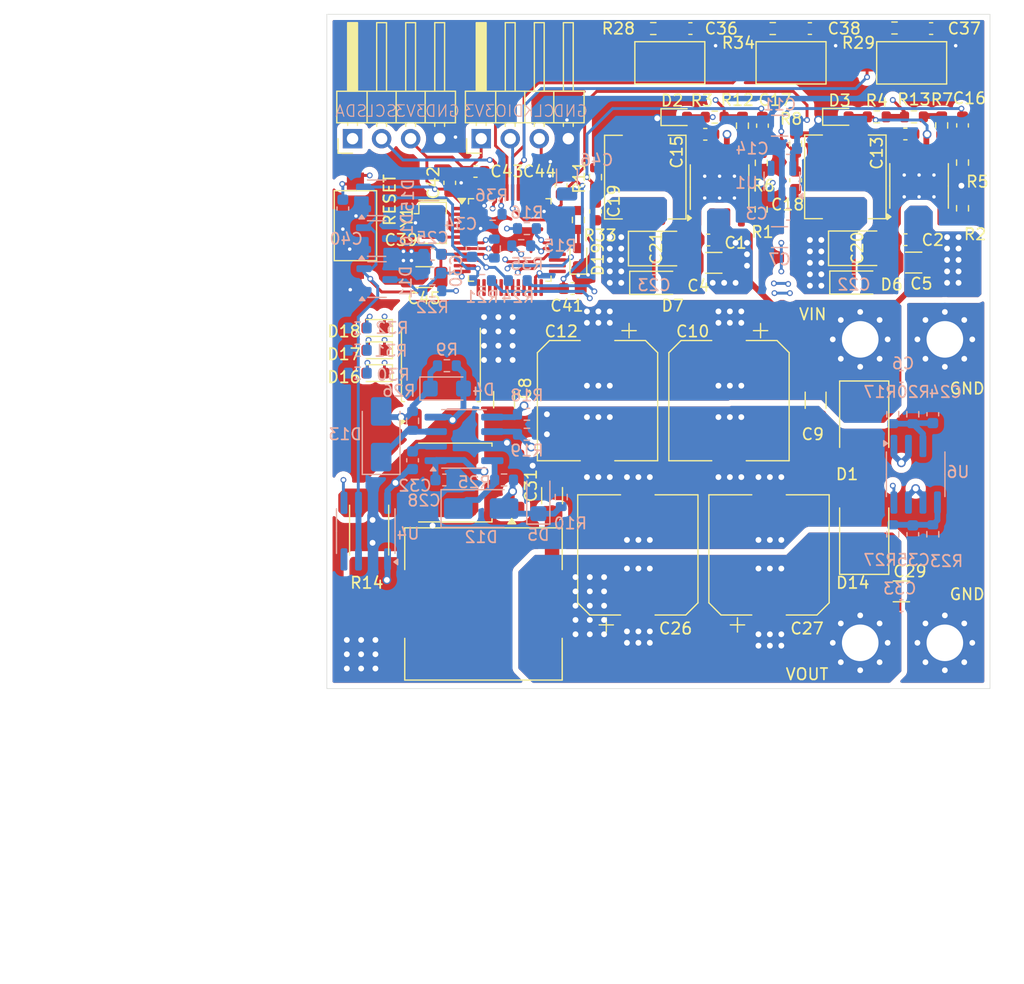
<source format=kicad_pcb>
(kicad_pcb (version 20241229) (generator "pcbnew") (generator_version "9.0")
  (layers (0 "F.Cu" signal) (4 "In1.Cu" signal) (6 "In2.Cu" signal) (2 "B.Cu" signal) (13 "F.Paste" user) (15 "B.Paste" user) (5 "F.SilkS" user "F.Silkscreen") (7 "B.SilkS" user "B.Silkscreen") (1 "F.Mask" user) (3 "B.Mask" user) (25 "Edge.Cuts" user))
  (net 0 "")
  (net 1 "GND")
  (net 2 "VIN")
  (net 3 "+12V")
  (net 4 "I+")
  (net 5 "Net-(U3-SW)")
  (net 6 "VC")
  (net 7 "IS")
  (net 8 "Net-(U3-BST)")
  (net 9 "Net-(U2-SW)")
  (net 10 "+3V3")
  (net 11 "Net-(U2-BST)")
  (net 12 "Net-(C16-Pad2)")
  (net 13 "+5V")
  (net 14 "Net-(U3-FB)")
  (net 15 "Net-(C17-Pad2)")
  (net 16 "VHS")
  (net 17 "VLS")
  (net 18 "RS")
  (net 19 "Net-(U2-FB)")
  (net 20 "Net-(U6A-+)")
  (net 21 "Net-(U5-HB)")
  (net 22 "Net-(U6B-+)")
  (net 23 "Net-(C36-Pad1)")
  (net 24 "Net-(C37-Pad1)")
  (net 25 "Net-(C38-Pad1)")
  (net 26 "LO")
  (net 27 "Net-(D2-A)")
  (net 28 "HO")
  (net 29 "Net-(D3-A)")
  (net 30 "Net-(D12-K)")
  (net 31 "Net-(D13-K)")
  (net 32 "PB13")
  (net 33 "Net-(U2-RON)")
  (net 34 "Net-(U3-RON)")
  (net 35 "Net-(D16-A)")
  (net 36 "PB14")
  (net 37 "Net-(D17-A)")
  (net 38 "PB15")
  (net 39 "Net-(D18-A)")
  (net 40 "Net-(D19-A)")
  (net 41 "DIO")
  (net 42 "CLK")
  (net 43 "SDA")
  (net 44 "SCL")
  (net 45 "I-")
  (net 46 "Net-(R13-Pad1)")
  (net 47 "HI")
  (net 48 "Net-(U5-HI)")
  (net 49 "LI")
  (net 50 "Net-(U5-LI)")
  (net 51 "Net-(U6B--)")
  (net 52 "Net-(R22-Pad2)")
  (net 53 "Net-(U6A--)")
  (net 54 "Net-(U7-BOOT0)")
  (net 57 "PB5")
  (net 58 "PB6")
  (net 61 "Net-(U7-PF1)")
  (net 64 "PB7")
  (net 69 "Net-(U7-PF0)")
  (footprint "Capacitor_SMD:C_0603_1608Metric" (layer "F.Cu") (at 140.65 97.25)
    (property "Reference" "C41")
    (property "Value" "100n")
  )
  (footprint "Resistor_SMD:R_0603_1608Metric" (layer "F.Cu") (at 168.8 74.45 180)
    (property "Reference" "R29")
    (property "Value" "100")
  )
  (footprint "LED_SMD:LED_0603_1608Metric" (layer "F.Cu") (at 123.4 100.7 180)
    (property "Reference" "D18")
    (property "Value" "LED")
  )
  (footprint "Capacitor_SMD:C_0603_1608Metric" (layer "F.Cu") (at 128.425 94.25 180)
    (property "Reference" "C39")
    (property "Value" "100n")
  )
  (footprint "Resistor_SMD:R_0603_1608Metric" (layer "F.Cu") (at 170.5 82.225 180)
    (property "Reference" "R13")
    (property "Value" "75k")
  )
  (footprint "LED_SMD:LED_0603_1608Metric" (layer "F.Cu") (at 123.4 104.65 180)
    (property "Reference" "D16")
    (property "Value" "LED")
  )
  (footprint "Package_SO:HSOP-8-1EP_3.9x4.9mm_P1.27mm_EP2.41x3.1mm_ThermalVias" (layer "F.Cu") (at 170.95 88.27 90)
    (property "Reference" "U3" (hide yes))
    (property "Value" "LM5164DDA")
  )
  (footprint "Resistor_SMD:R_0603_1608Metric" (layer "F.Cu") (at 157.15 86.25 -90)
    (property "Reference" "R6")
    (property "Value" "30k")
  )
  (footprint "Capacitor_SMD:C_0603_1608Metric" (layer "F.Cu") (at 142.65 90.5 -90)
    (property "Reference" "C19")
    (property "Value" "2.2n")
  )
  (footprint "Capacitor_SMD:C_0603_1608Metric" (layer "F.Cu") (at 169.75 83.725 180)
    (property "Reference" "C13")
    (property "Value" "2.2n")
  )
  (footprint "LED_SMD:LED_0603_1608Metric" (layer "F.Cu") (at 149.8625 82.25)
    (property "Reference" "D2")
    (property "Value" "LED")
  )
  (footprint "Capacitor_SMD:C_0603_1608Metric" (layer "F.Cu") (at 160.15 87.775 -90)
    (property "Reference" "C18")
    (property "Value" "2.2n")
  )
  (footprint "MountingHole:MountingHole_3.2mm_M3_Pad_Via" (layer "F.Cu") (at 173.202944 101.697056)
    (property "Reference" "GND")
    (property "Value" "MountingHole_Pad")
  )
  (footprint "Resistor_SMD:R_0603_1608Metric" (layer "F.Cu") (at 167.25 82.225 180)
    (property "Reference" "R4")
    (property "Value" "10k")
  )
  (footprint "Inductor_SMD:L_APV_APH0630" (layer "F.Cu") (at 164.5 87.475 -90)
    (property "Reference" "L1" (hide yes))
    (property "Value" "47u")
  )
  (footprint "Resistor_SMD:R_2512_6332Metric" (layer "F.Cu") (at 122.85 118.3875 -90)
    (property "Reference" "R14")
    (property "Value" "2m")
  )
  (footprint "MountingHole:MountingHole_3.2mm_M3_Pad_Via" (layer "F.Cu") (at 173.202944 128.25 90)
    (property "Reference" "GND")
    (property "Value" "MountingHole_Pad")
  )
  (footprint "Capacitor_SMD:CP_Elec_10x10" (layer "F.Cu") (at 157.825 120.5575 90)
    (property "Reference" "C27")
    (property "Value" "220u")
  )
  (footprint "Capacitor_SMD:CP_Elec_10x10" (layer "F.Cu") (at 154.325 107.0575 -90)
    (property "Reference" "C10")
    (property "Value" "220u")
  )
  (footprint "LED_SMD:LED_0603_1608Metric" (layer "F.Cu") (at 141.15 94.5 90)
    (property "Reference" "D19")
    (property "Value" "LED")
  )
  (footprint "Crystal:Resonator_SMD_Murata_CSTxExxV-3Pin_3.0x1.1mm" (layer "F.Cu") (at 128.4 91.5 -90)
    (property "Reference" "Y1")
    (property "Value" "CSTCE12M")
  )
  (footprint "Resistor_SMD:R_0603_1608Metric" (layer "F.Cu") (at 147.7 74.5 180)
    (property "Reference" "R28")
    (property "Value" "100")
  )
  (footprint "Resistor_SMD:R_0603_1608Metric" (layer "F.Cu") (at 172.925 82.975 90)
    (property "Reference" "R7")
    (property "Value" "20k")
  )
  (footprint "Package_SO:HSOP-8-1EP_3.9x4.9mm_P1.27mm_EP2.41x3.1mm_ThermalVias" (layer "F.Cu") (at 153.5 88.37325 90)
    (property "Reference" "U2" (hide yes))
    (property "Value" "LM5164DDA")
  )
  (footprint "Button_Switch_SMD:SW_SPST_CK_RS282G05A3" (layer "F.Cu") (at 170.3 77.5)
    (property "Reference" "SW2" (hide yes))
    (property "Value" "SW_Omron_B3FS")
  )
  (footprint "Capacitor_SMD:CP_Elec_10x10" (layer "F.Cu") (at 146.35 120.5575 90)
    (property "Reference" "C26")
    (property "Value" "220u")
  )
  (footprint "Diode_SMD:D_SMF" (layer "F.Cu") (at 165.5 96.725)
    (property "Reference" "D6")
    (property "Value" "SMF5V0A")
  )
  (footprint "Diode_SMD:D_SMB" (layer "F.Cu") (at 166.15 118.6 90)
    (property "Reference" "D14")
    (property "Value" "SMBJ24A")
  )
  (footprint "Capacitor_SMD:C_0603_1608Metric" (layer "F.Cu") (at 150.95 74.5)
    (property "Reference" "C36")
    (property "Value" "100n")
  )
  (footprint "Capacitor_Tantalum_SMD:CP_EIA-3528-15_AVX-H" (layer "F.Cu") (at 148 93.75)
    (property "Reference" "C21")
    (property "Value" "33u")
  )
  (footprint "Capacitor_SMD:C_1206_3216Metric" (layer "F.Cu") (at 161.9 107.025 -90)
    (property "Reference" "C9")
    (property "Value" "10u")
  )
  (footprint "Capacitor_SMD:CP_Elec_10x10" (layer "F.Cu") (at 142.825 107.0575 -90)
    (property "Reference" "C12")
    (property "Value" "220u")
  )
  (footprint "Capacitor_SMD:C_1206_3216Metric" (layer "F.Cu") (at 170.475 94.975 180)
    (property "Reference" "C5")
    (property "Value" "10u")
  )
  (footprint "Button_Switch_SMD:SW_SPST_CK_RS282G05A3" (layer "F.Cu") (at 149.15 77.5)
    (property "Reference" "SW1" (hide yes))
    (property "Value" "SW_Omron_B3FS")
  )
  (footprint "Capacitor_SMD:C_0603_1608Metric" (layer "F.Cu") (at 129.9 88 90)
    (property "Reference" "C42")
    (property "Value" "100n")
  )
  (footprint "Capacitor_SMD:C_1206_3216Metric" (layer "F.Cu") (at 134.65 106.975 -90)
    (property "Reference" "C8")
    (property "Value" "10u")
  )
  (footprint "Inductor_SMD:L_APV_APH0630" (layer "F.Cu") (at 147 87.5 -90)
    (property "Reference" "L2" (hide yes))
    (property "Value" "47u")
  )
  (footprint "Capacitor_SMD:C_1206_3216Metric" (layer "F.Cu") (at 153 95 180)
    (property "Reference" "C4")
    (property "Value" "10u")
  )
  (footprint "Button_Switch_SMD:SW_SPST_CK_RS282G05A3" (layer "F.Cu") (at 121.65 91.75 -90)
    (property "Reference" "RESET")
    (property "Value" "SW_Omron_B3FS")
  )
  (footprint "Resistor_SMD:R_0603_1608Metric" (layer "F.Cu") (at 153.075 82.25 180)
    (property "Reference" "R3")
    (property "Value" "10k")
  )
  (footprint "Capacitor_SMD:C_0603_1608Metric" (layer "F.Cu") (at 174.75 82.975 90)
    (property "Reference" "C16")
    (property "Value" "47p")
  )
  (footprint "Resistor_SMD:R_0603_1608Metric" (layer "F.Cu") (at 141.15 91.25 90)
    (property "Reference" "R33")
    (property "Value" "1k")
  )
  (footprint "Capacitor_SMD:C_1206_3216Metric" (layer "F.Cu") (at 138.85 115.375 90)
    (property "Reference" "C31")
    (property "Value" "10u")
  )
  (footprint "Resistor_SMD:R_0603_1608Metric" (layer "F.Cu") (at 174.75 90.225 90)
    (property "Reference" "R2")
    (property "Value" "43k")
  )
  (footprint "Capacitor_SMD:C_0603_1608Metric" (layer "F.Cu") (at 152.5 93 180)
    (property "Reference" "C1")
    (property "Value" "100n")
  )
  (footprint "Capacitor_SMD:C_1206_3216Metric" (layer "F.Cu") (at 127.65 96.25 180)
    (property "Reference" "C45")
    (property "Value" "10u")
  )
  (footprint "Button_Switch_SMD:SW_SPST_CK_RS282G05A3" (layer "F.Cu") (at 159.75 77.5)
    (property "Reference" "SW3" (hide yes))
    (property "Value" "SW_Omron_B3FS")
  )
  (footprint "MountingHole:MountingHole_3.2mm_M3_Pad_Via" (layer "F.Cu") (at 165.8 101.697056 90)
    (property "Reference" "VIN")
    (property "Value" "MountingHole_Pad")
  )
  (footprint "Resistor_SMD:R_0603_1608Metric" (layer "F.Cu") (at 174.75 86.225 -90)
    (property "Reference" "R5")
    (property "Value" "30k")
  )
  (footprint "Resistor_SMD:R_0603_1608Metric" (layer "F.Cu") (at 157.135 90.32325 90)
    (property "Reference" "R1")
    (property "Value" "100k")
  )
  (footprint "Capacitor_SMD:C_0603_1608Metric" (layer "F.Cu") (at 157.25 83 90)
    (property "Reference" "C17")
    (property "Value" "47p")
  )
  (footprint "Resistor_SMD:R_0603_1608Metric" (layer "F.Cu") (at 158.15 74.5 180)
    (property "Reference" "R34")
    (property "Value" "100")
  )
  (footprint "Capacitor_SMD:C_0603_1608Metric" (layer "F.Cu") (at 161.4 74.5)
    (property "Reference" "C38")
    (property "Value" "100n")
  )
  (footprint "Diode_SMD:D_SMF" (layer "F.Cu") (at 148 96.75)
    (property "Reference" "D7")
    (property "Value" "SMF12A")
  )
  (footprint "Capacitor_SMD:C_0603_1608Metric" (layer "F.Cu") (at 172 74.5)
    (property "Reference" "C37")
    (property "Value" "100n")
  )
  (footprint "Connector_PinHeader_2.54mm:PinHeader_1x04_P2.54mm_Horizontal" (layer "F.Cu") (at 121.4 84.135 90)
    (property "Reference" "J2" (hide yes))
    (property "Value" "Conn_01x04_Pin")
  )
  (footprint "Package_TO_SOT_SMD:TO-252-2" (layer "F.Cu") (at 130.285 114.225 180)
    (property "Reference" "Q2" (hide yes))
    (property "Value" "IPD025N06N")
  )
  (footprint "LED_SMD:LED_0603_1608Metric" (layer "F.Cu") (at 164 82.225)
    (property "Reference" "D3")
    (property "Value" "LED")
  )
  (footprint "Diode_SMD:D_SMB" (layer "F.Cu") (at 166.15 109 -90)
    (property "Reference" "D1")
    (property "Value" "SMBJ40A")
  )
  (footprint "Capacitor_SMD:C_0603_1608Metric" (layer "F.Cu") (at 169.75 92.975 180)
    (property "Reference" "C2")
    (property "Value" "100n")
  )
  (footprint "Capacitor_SMD:C_0603_1608Metric" (layer "F.Cu") (at 139.65 88.225 90)
    (property "Reference" "C44")
    (property "Value" "100n")
  )
  (footprint "LED_SMD:LED_0603_1608Metric" (layer "F.Cu") (at 123.4 102.65 180)
    (property "Reference" "D17")
    (property "Value" "LED")
  )
  (footprint "Package_QFP:LQFP-48_7x7mm_P0.5mm" (layer "F.Cu") (at 135.15 93)
    (property "Reference" "U7" (hide yes))
    (property "Value" "STM32F334C8Tx")
  )
  (footprint "Package_TO_SOT_SMD:TO-252-2" (layer "F.Cu") (at 129.125 103.835 90)
    (property "Reference" "Q1" (hide yes))
    (property "Value" "IPD025N06N")
  )
  (footprint "MountingHole:MountingHole_3.2mm_M3_Pad_Via" (layer "F.Cu") (at 165.8 128.25 180)
    (property "Reference" "VOUT")
    (property "Value" "MountingHole_Pad")
  )
  (footprint "Resistor_SMD:R_0603_1608Metric" (layer "F.Cu") (at 142.65 87.5 90)
    (property "Reference" "R11")
    (property "Value" "360k")
  )
  (footprint "Resistor_SMD:R_0603_1608Metric" (layer "F.Cu") (at 155.5 83 90)
    (property "Reference" "R12")
    (property "Value" "270k")
  )
  (footprint "Capacitor_SMD:C_0603_1608Metric" (layer "F.Cu") (at 132.15 87)
    (property "Reference" "C43")
    (property "Value" "100n")
  )
  (footprint "Capacitor_SMD:C_1206_3216Metric" (layer "F.Cu") (at 169.4 123.75)
    (property "Reference" "C29")
    (property "Value" "10u")
  )
  (footprint "Connector_PinHeader_2.54mm:PinHeader_1x04_P2.54mm_Horizontal" (layer "F.Cu") (at 132.65 84.135 90)
    (property "Reference" "J1" (hide yes))
    (property "Value" "Conn_01x04_Pin")
  )
  (footprint "Capacitor_SMD:C_0603_1608Metric" (layer "F.Cu") (at 152.25 83.75 180)
    (property "Reference" "C15")
    (property "Value" "2.2n")
  )
  (footprint "Resistor_SMD:R_0603_1608Metric" (layer "F.Cu") (at 160.15 84.575 90)
    (property "Reference" "R8")
    (property "Value" "360k")
  )
  (footprint "Capacitor_Tantalum_SMD:CP_EIA-3528-15_AVX-H" (layer "F.Cu") (at 165.5 93.725)
    (property "Reference" "C20")
    (property "Value" "33u")
  )
  (footprint "Inductor_SMD:L_APV_APH1265" (layer "F.Cu") (at 132.85 124.85)
    (property "Reference" "L3" (hide yes))
    (property "Value" "47u")
  )
  (footprint "Package_SO:SOIC-8_3.9x4.9mm_P1.27mm" (layer "B.Cu") (at 170.65 113.5 -90)
    (property "Reference" "U6")
    (property "Value" "OPA2333xxD")
  )
  (footprint "Capacitor_SMD:C_0603_1608Metric" (layer "B.Cu") (at 169.4 104.947056)
    (property "Reference" "C6")
    (property "Value" "100n")
  )
  (footprint "Resistor_SMD:R_0603_1608Metric" (layer "B.Cu") (at 121.85 104.65 180)
    (property "Reference" "R30")
    (property "Value" "1k")
  )
  (footprint "Diode_SMD:D_SMA" (layer "B.Cu") (at 123.9 110 90)
    (property "Reference" "D13")
    (property "Value" "SS36")
  )
  (footprint "Capacitor_SMD:C_0603_1608Metric" (layer "B.Cu") (at 120.55 90.25 90)
    (property "Reference" "C40")
    (property "Value" "100n")
  )
  (footprint "Package_TO_SOT_SMD:SOT-23-5" (layer "B.Cu") (at 158.95 87.8625 90)
    (property "Reference" "U1")
    (property "Value" "LP5907MFX-3.3")
  )
  (footprint "Resistor_SMD:R_0603_1608Metric" (layer "B.Cu") (at 129.65 104)
    (property "Reference" "R9")
    (property "Value" "10k")
  )
  (footprint "Resistor_SMD:R_0603_1608Metric" (layer "B.Cu") (at 136.15 93.5)
    (property "Reference" "R15")
    (property "Value" "33")
  )
  (footprint "Package_TO_SOT_SMD:SOT-23-3" (layer "B.Cu") (at 123.5375 96.4625)
    (property "Reference" "D11")
    (property "Value" "BAV99")
  )
  (footprint "Resistor_SMD:R_0603_1608Metric" (layer "B.Cu") (at 139.65 115.5 90)
    (property "Reference" "R10")
    (property "Value" "10k")
  )
  (footprint "Resistor_SMD:R_0603_1608Metric" (layer "B.Cu") (at 134.65 114 180)
    (property "Reference" "R25")
    (property "Value" "3.3")
  )
  (footprint "Resistor_SMD:R_0603_1608Metric" (layer "B.Cu") (at 168.65 108.25 90)
    (property "Reference" "R17")
    (property "Value" "120k")
  )
  (footprint "Resistor_SMD:R_0603_1608Metric" (layer "B.Cu") (at 126.65 108.825 -90)
    (property "Reference" "R26")
    (property "Value" "3.3")
  )
  (footprint "Capacitor_SMD:C_1206_3216Metric" (layer "B.Cu") (at 158.75 83 180)
    (property "Reference" "C11")
    (property "Value" "10u")
  )
  (footprint "Diode_SMD:D_SMF" (layer "B.Cu") (at 137.65 115.5 90)
    (property "Reference" "D5")
    (property "Value" "SMF10A")
  )
  (footprint "Capacitor_SMD:C_0603_1608Metric" (layer "B.Cu") (at 128.375 94.25 180)
    (property "Reference" "C25")
    (property "Value" "100n")
  )
  (footprint "Resistor_SMD:R_0603_1608Metric" (layer "B.Cu") (at 136.65 108.25 180)
    (property "Reference" "R18")
    (property "Value" "10k")
  )
  (footprint "Diode_SMD:D_SMF" (layer "B.Cu") (at 129.65 106)
    (property "Reference" "D4")
    (property "Value" "SMF10A")
  )
  (footprint "Resistor_SMD:R_0603_1608Metric" (layer "B.Cu") (at 121.85 100.7 180)
    (property "Reference" "R32")
    (property "Value" "1k")
  )
  (footprint "Capacitor_SMD:C_0603_1608Metric" (layer "B.Cu") (at 172.15 108.25 90)
    (property "Reference" "C24")
    (property "Value" "100n")
  )
  (footprint "Capacitor_SMD:C_0603_1608Metric" (layer "B.Cu") (at 159.5 85 180)
    (property "Reference" "C14")
    (property "Value" "100n")
  )
  (footprint "Capacitor_SMD:C_0603_1608Metric" (layer "B.Cu") (at 165.25 95.475)
    (property "Reference" "C22")
    (property "Value" "100n")
  )
  (footprint "Diode_SMD:D_SMA" (layer "B.Cu") (at 132.65 116.5)
    (property "Reference" "D12")
    (property "Value" "SS36")
  )
  (footprint "Resistor_SMD:R_0603_1608Metric" (layer "B.Cu") (at 133.65 90.75)
    (property "Reference" "R36")
    (property "Value" "1k")
  )
  (footprint "Capacitor_SMD:C_1206_3216Metric" (layer "B.Cu") (at 140.15 87.5 90)
    (property "Reference" "C46")
    (property "Value" "10u")
  )
  (footprint "Capacitor_SMD:C_0603_1608Metric" (layer "B.Cu") (at 128.375 95.9 180)
    (property "Reference" "C30")
    (property "Value" "100n")
  )
  (footprint "Capacitor_SMD:C_0603_1608Metric" (layer "B.Cu") (at 169.4 125)
    (property "Reference" "C33")
    (property "Value" "100n")
  )
  (footprint "Capacitor_SMD:C_0603_1608Metric" (layer "B.Cu") (at 147.775 95.52325)
    (property "Reference" "C23")
    (property "Value" "100n")
  )
  (footprint "Resistor_SMD:R_0603_1608Metric" (layer "B.Cu") (at 121.85 102.65 180)
    (property "Reference" "R31")
    (property "Value" "1k")
  )
  (footprint "Capacitor_SMD:C_0603_1608Metric" (layer "B.Cu") (at 129.425 114 180)
    (property "Reference" "C28")
    (property "Value" "1u")
  )
  (footprint "Resistor_SMD:R_0603_1608Metric" (layer "B.Cu") (at 136.65 110)
    (property "Reference" "R19")
    (property "Value" "10k")
  )
  (footprint "Resistor_SMD:R_0603_1608Metric" (layer "B.Cu") (at 172.15 118.75 -90)
    (property "Reference" "R23")
    (property "Value" "10k")
  )
  (footprint "Resistor_SMD:R_0603_1608Metric" (layer "B.Cu") (at 133.8 93.75 -90)
    (property "Reference" "R35")
    (property "Value" "1k")
  )
  (footprint "Resistor_SMD:R_0603_1608Metric" (layer "B.Cu") (at 128.375 97.45)
    (property "Reference" "R22")
    (property "Value" "33")
  )
  (footprint "Resistor_SMD:R_0603_1608Metric" (layer "B.Cu") (at 136.65 92)
    (property "Reference" "R16")
    (property "Value" "33")
  )
  (footprint "Resistor_SMD:R_0603_1608Metric" (layer "B.Cu") (at 168.65 118.75 -90)
    (property "Reference" "R27")
    (property "Value" "120k")
  )
  (footprint "Capacitor_SMD:C_0603_1608Metric" (layer "B.Cu") (at 170.4 118.75 -90)
    (property "Reference" "C35")
    (property "Value" "100n")
  )
  (footprint "Resistor_SMD:R_0603_1608Metric" (layer "B.Cu") (at 132.725 96.55)
    (property "Reference" "R21")
    (property "Value" "33")
  )
  (footprint "Package_TO_SOT_SMD:SOT-23-3" (layer "B.Cu") (at 123.5 92.875)
    (property "Reference" "D10")
    (property "Value" "BAV99")
  )
  (footprint "Package_SO:SOIC-8_3.9x4.9mm_P1.27mm" (layer "B.Cu") (at 131.15 110.405)
    (property "Reference" "U5" (hide yes))
    (property "Value" "UCC27201A")
  )
  (footprint "Capacitor_SMD:C_0603_1608Metric" (layer "B.Cu") (at 131.85 93.7 90)
    (property "Reference" "C34")
    (property "Value" "100n")
  )
  (footprint "Package_TO_SOT_SMD:SOT-23-3" (layer "B.Cu") (at 123.5 89.3125)
    (property "Reference" "D15")
    (property "Value" "BAV99")
  )
  (footprint "Resistor_SMD:R_0603_1608Metric" (layer "B.Cu") (at 170.4 108.25 90)
    (property "Reference" "R20")
    (property "Value" "10k")
  )
  (footprint "Resistor_SMD:R_0603_1608Metric" (layer "B.Cu") (at 135.85 96.55)
    (property "Reference" "R24")
    (property "Value" "R")
  )
  (footprint "Package_SO:SOIC-8_3.9x4.9mm_P1.27mm" (layer "B.Cu") (at 122.555 118.475 90)
    (property "Reference" "U4")
    (property "Value" "INA282")
  )
  (footprint "Capacitor_SMD:C_0603_1608Metric" (layer "B.Cu") (at 159.5 90.75 180)
    (property "Reference" "C3")
    (property "Value" "100n")
  )
  (footprint "Capacitor_SMD:C_1206_3216Metric" (layer "B.Cu") (at 158.75 92.75 180)
    (property "Reference" "C7")
    (property "Value" "10u")
  )
  (footprint "Capacitor_SMD:C_0603_1608Metric" (layer "B.Cu") (at 126.65 112.275 -90)
    (property "Reference" "C32")
    (property "Value" "100n")
  )
  (gr_line (start 177.15 73.25) (end 177.15 132.25) (stroke (width 0.05)) (layer "Edge.Cuts"))
  (gr_line (start 177.15 132.25) (end 119.15 132.25) (stroke (width 0.05)) (layer "Edge.Cuts"))
  (gr_line (start 119.15 73.25) (end 177.15 73.25) (stroke (width 0.05)) (layer "Edge.Cuts"))
  (gr_line (start 119.15 132.25) (end 119.15 73.25) (stroke (width 0.05)) (layer "Edge.Cuts"))
  (gr_text "CLK\n" (at 139.15 82.3 0) (layer "B.SilkS") (effects (font (size 1 1) (thickness 0.1)) (justify left bottom mirror)))
  (gr_text "3V3" (at 127.95 82.3 0) (layer "B.SilkS") (effects (font (size 1 1) (thickness 0.1)) (justify left bottom mirror)))
  (gr_text "DIO\n" (at 136.45 82.3 0) (layer "B.SilkS") (effects (font (size 1 1) (thickness 0.1)) (justify left bottom mirror)))
  (gr_text "GND" (at 130.85 82.3 0) (layer "B.SilkS") (effects (font (size 1 1) (thickness 0.1)) (justify left bottom mirror)))
  (gr_text "SDA" (at 122.75 82.3 0) (layer "B.SilkS") (effects (font (size 1 1) (thickness 0.1)) (justify left bottom mirror)))
  (gr_text "SCL" (at 125.35 82.3 0) (layer "B.SilkS") (effects (font (size 1 1) (thickness 0.1)) (justify left bottom mirror)))
  (gr_text "3V3\n" (at 133.95 82.3 0) (layer "B.SilkS") (effects (font (size 1 1) (thickness 0.1)) (justify left bottom mirror)))
  (gr_text "GND" (at 142.05 82.3 0) (layer "B.SilkS") (effects (font (size 1 1) (thickness 0.1)) (justify left bottom mirror)))
  (segment (start 130.125 87.225) (end 130.9 88) (width 0.254) (layer "F.Cu") (net 1))
  (segment (start 137.4 96.25) (end 137.4 97.1625) (width 0.254) (layer "F.Cu") (net 1))
  (segment (start 172.775 74.625) (end 174.15 76) (width 0.254) (layer "F.Cu") (net 1))
  (segment (start 174.75 89.4) (end 174.75 88.35) (width 0.508) (layer "F.Cu") (net 1))
  (segment (start 153.05 77.5) (end 153.05 76.1) (width 0.254) (layer "F.Cu") (net 1))
  (segment (start 125.85 94) (end 126.3 94) (width 0.254) (layer "F.Cu") (net 1))
  (segment (start 132.9 90) (end 132.9 88.8375) (width 0.254) (layer "F.Cu") (net 1))
  (segment (start 148.05 82.35) (end 148.15 82.25) (width 0.508) (layer "F.Cu") (net 1))
  (segment (start 126.3 94) (end 126.55 94.25) (width 0.254) (layer "F.Cu") (net 1))
  (segment (start 140.27 82.62) (end 140.15 82.5) (width 0.254) (layer "F.Cu") (net 1))
  (segment (start 157.135 88.015) (end 157.15 88) (width 0.508) (layer "F.Cu") (net 1))
  (segment (start 141.15 95.2875) (end 141.15 96.1) (width 0.254) (layer "F.Cu") (net 1))
  (segment (start 162.425 82.225) (end 163.2125 82.225) (width 0.508) (layer "F.Cu") (net 1))
  (segment (start 125.85 94.75) (end 126.175 95.075) (width 0.254) (layer "F.Cu") (net 1))
  (segment (start 162.15 82.5) (end 162.425 82.225) (width 0.508) (layer "F.Cu") (net 1))
  (segment (start 138.7 87.45) (end 138.65 87.4) (width 0.254) (layer "F.Cu") (net 1))
  (segment (start 174.65 87.15) (end 174.75 87.05) (width 0.508) (layer "F.Cu") (net 1))
  (segment (start 132.9 87.025) (end 132.925 87) (width 0.254) (layer "F.Cu") (net 1))
  (segment (start 163.65 77.5) (end 163.65 76) (width 0.254) (layer "F.Cu") (net 1))
  (segment (start 162.175 74.525) (end 163.65 76) (width 0.254) (layer "F.Cu") (net 1))
  (segment (start 138.399254 90.75) (end 138.149443 90.500189) (width 0.254) (layer "F.Cu") (net 1))
  (segment (start 126.65 94.25) (end 127.65 94.25) (width 0.254) (layer "F.Cu") (net 1))
  (segment (start 129.02 84.135) (end 130.265 84.135) (width 0.254) (layer "F.Cu") (net 1))
  (segment (start 139.3125 90.75) (end 138.399254 90.75) (width 0.254) (layer "F.Cu") (net 1))
  (segment (start 174.65 88.25) (end 174.65 87.15) (width 0.508) (layer "F.Cu") (net 1))
  (segment (start 153.05 76.1) (end 153.15 76) (width 0.254) (layer "F.Cu") (net 1))
  (segment (start 130.9875 93.75) (end 133.3 93.75) (width 0.254) (layer "F.Cu") (net 1))
  (segment (start 139.65 87.45) (end 138.7 87.45) (width 0.254) (layer "F.Cu") (net 1))
  (segment (start 126.55 94.25) (end 126.65 94.25) (width 0.254) (layer "F.Cu") (net 1))
  (segment (start 142 96.05) (end 141.425 96.625) (width 0.254) (layer "F.Cu") (net 1))
  (segment (start 162.175 74.5) (end 162.175 74.525) (width 0.254) (layer "F.Cu") (net 1))
  (segment (start 140.27 84.135) (end 140.27 82.62) (width 0.254) (layer "F.Cu") (net 1))
  (segment (start 132.9 88.8375) (end 132.9 87.025) (width 0.254) (layer "F.Cu") (net 1))
  (segment (start 148.15 82.25) (end 149.075 82.25) (width 0.508) (layer "F.Cu") (net 1))
  (segment (start 157.135 89.49825) (end 157.135 88.015) (width 0.508) (layer "F.Cu") (net 1))
  (segment (start 151.725 74.575) (end 153.15 76) (width 0.254) (layer "F.Cu") (net 1))
  (segment (start 141.425 96.625) (end 141.425 97.25) (width 0.254) (layer "F.Cu") (net 1))
  (segment (start 172.775 74.5) (end 172.775 74.625) (width 0.254) (layer "F.Cu") (net 1))
  (segment (start 130.265 84.135) (end 130.4 84) (width 0.254) (layer "F.Cu") (net 1))
  (segment (start 174.2 76.05) (end 174.15 76) (width 0.254) (layer "F.Cu") (net 1))
  (segment (start 128.4 91.5) (end 126.9 91.5) (width 0.254) (layer "F.Cu") (net 1))
  (segment (start 174.75 88.35) (end 174.65 88.25) (width 0.508) (layer "F.Cu") (net 1))
  (segment (start 174.2 77.5) (end 174.2 76.05) (width 0.254) (layer "F.Cu") (net 1))
  (segment (start 129.9 87.225) (end 130.125 87.225) (width 0.254) (layer "F.Cu") (net 1))
  (segment (start 137.75 95.9) (end 137.4 96.25) (width 0.254) (layer "F.Cu") (net 1))
  (segment (start 151.725 74.5) (end 151.725 74.575) (width 0.254) (layer "F.Cu") (net 1))
  (segment (start 157.15 87.075) (end 157.15 88) (width 0.508) (layer "F.Cu") (net 1))
  (segment (start 126.175 95.075) (end 126.175 96.25) (width 0.254) (layer "F.Cu") (net 1))
  (via (at 156.9 113.75) (size 0.762) (drill 0.508) (layers "F.Cu" "B.Cu") (net 1))
  (via (at 158.9 119.25) (size 0.762) (drill 0.508) (layers "F.Cu" "B.Cu") (net 1))
  (via (at 123.4 129.25) (size 0.762) (drill 0.508) (layers "F.Cu" "B.Cu") (net 1))
  (via (at 137.15 112.75) (size 0.762) (drill 0.508) (layers "F.Cu" "B.Cu") (net 1))
  (via (at 121.2 97.35) (size 0.508) (drill 0.3048) (layers "F.Cu" "B.Cu") (net 1))
  (via (at 125.85 94) (size 0.508) (drill 0.3048) (layers "F.Cu" "B.Cu") (net 1))
  (via (at 138.149443 90.500189) (size 0.508) (drill 0.3048) (layers "F.Cu" "B.Cu") (net 1))
  (via (at 157.9 113.75) (size 0.762) (drill 0.508) (layers "F.Cu" "B.Cu") (net 1))
  (via (at 141.9 108.5) (size 0.762) (drill 0.508) (layers "F.Cu" "B.Cu") (net 1))
  (via (at 133.3 93.75) (size 0.508) (drill 0.3048) (layers "F.Cu" "B.Cu") (net 1))
  (via (at 132.9 90) (size 0.508) (drill 0.3048) (layers "F.Cu" "B.Cu") (net 1))
  (via (at 120.9 129.25) (size 0.762) (drill 0.508) (layers "F.Cu" "B.Cu") (net 1))
  (via (at 126.9 91.5) (size 0.508) (drill 0.3048) (layers "F.Cu" "B.Cu") (net 1))
  (via (at 138.65 87.4) (size 0.508) (drill 0.3048) (layers "F.Cu" "B.Cu") (net 1))
  (via (at 123.15 117.5) (size 0.762) (drill 0.508) (layers "F.Cu" "B.Cu") (net 1))
  (via (at 134.9 110.75) (size 0.762) (drill 0.508) (layers "F.Cu" "B.Cu") (net 1))
  (via (at 158.9 113.75) (size 0.762) (drill 0.508) (layers "F.Cu" "B.Cu") (net 1))
  (via (at 141.15 96.1) (size 0.508) (drill 0.3048) (layers "F.Cu" "B.Cu") (net 1))
  (via (at 138.7 86.15) (size 0.508) (drill 0.3048) (layers "F.Cu" "B.Cu") (net 1))
  (via (at 174.65 88.25) (size 0.762) (drill 0.508) (layers "F.Cu" "B.Cu") (net 1))
  (via (at 147.4 119.25) (size 0.762) (drill 0.508) (layers "F.Cu" "B.Cu") (net 1))
  (via (at 121.15 93.8) (size 0.508) (drill 0.3048) (layers "F.Cu" "B.Cu") (net 1))
  (via (at 174.15 76) (size 0.508) (drill 0.3048) (layers "F.Cu" "B.Cu") (net 1))
  (via (at 137.75 95.9) (size 0.508) (drill 0.3048) (layers "F.Cu" "B.Cu") (net 1))
  (via (at 146.4 113.75) (size 0.762) (drill 0.508) (layers "F.Cu" "B.Cu") (net 1))
  (via (at 122.15 130.5) (size 0.762) (drill 0.508) (layers "F.Cu" "B.Cu") (net 1))
  (via (at 128.4 118) (size 0.762) (drill 0.508) (layers "F.Cu" "B.Cu") (net 1))
  (via (at 140.15 82.5) (size 0.508) (drill 0.3048) (layers "F.Cu" "B.Cu") (net 1))
  (via (at 130.4 84) (size 0.508) (drill 0.3048) (layers "F.Cu" "B.Cu") (net 1))
  (via (at 126.55 94) (size 0.508) (drill 0.3048) (layers "F.Cu" "B.Cu") (net 1))
  (via (at 122.15 128) (size 0.762) (drill 0.508) (layers "F.Cu" "B.Cu") (net 1))
  (via (at 162.15 82.5) (size 0.762) (drill 0.508) (layers "F.Cu" "B.Cu") (net 1))
  (via (at 125.85 94.8) (size 0.508) (drill 0.3048) (layers "F.Cu" "B.Cu") (net 1))
  (via (at 121.7 90.9) (size 0.508) (drill 0.3048) (layers "F.Cu" "B.Cu") (net 1))
  (via (at 156.9 119.25) (size 0.762) (drill 0.508) (layers "F.Cu" "B.Cu") (net 1))
  (via (at 154.4 113.75) (size 0.762) (drill 0.508) (layers "F.Cu" "B.Cu") (net 1))
  (via (at 147.4 113.75) (size 0.762) (drill 0.508) (layers "F.Cu" "B.Cu") (net 1))
  (via (at 155.4 108.5) (size 0.762) (drill 0.508) (layers "F.Cu" "B.Cu") (net 1))
  (via (at 120.55 92.05) (size 0.508) (drill 0.3048) (layers "F.Cu" "B.Cu") (net 1))
  (via (at 153.4 108.5) (size 0.762) (drill 0.508) (layers "F.Cu" "B.Cu") (net 1))
  (via (at 132.6 92) (size 0.508) (drill 0.3048) (layers "F.Cu" "B.Cu") (net 1))
  (via (at 138.4 108.25) (size 0.762) (drill 0.508) (layers "F.Cu" "B.Cu") (net 1))
  (via (at 142.9 108.5) (size 0.762) (drill 0.508) (layers "F.Cu" "B.Cu") (net 1))
  (via (at 157.9 119.25) (size 0.762) (drill 0.508) (layers "F.Cu" "B.Cu") (net 1))
  (via (at 157.15 88) (size 0.762) (drill 0.508) (layers "F.Cu" "B.Cu") (net 1))
  (via (at 138.4 110) (size 0.762) (drill 0.508) (layers "F.Cu" "B.Cu") (net 1))
  (via (at 145.4 113.75) (size 0.762) (drill 0.508) (layers "F.Cu" "B.Cu") (net 1))
  (via (at 143.9 113.75) (size 0.762) (drill 0.508) (layers "F.Cu" "B.Cu") (net 1))
  (via (at 126.55 94.8) (size 0.508) (drill 0.3048) (layers "F.Cu" "B.Cu") (net 1))
  (via (at 154.4 108.5) (size 0.762) (drill 0.508) (layers "F.Cu" "B.Cu") (net 1))
  (via (at 145.4 119.25) (size 0.762) (drill 0.508) (layers "F.Cu" "B.Cu") (net 1))
  (via (at 155.4 113.75) (size 0.762) (drill 0.508) (layers "F.Cu" "B.Cu") (net 1))
  (via (at 146.4 119.25) (size 0.762) (drill 0.508) (layers "F.Cu" "B.Cu") (net 1))
  (via (at 141.9 113.75) (size 0.762) (drill 0.508) (layers "F.Cu" "B.Cu") (net 1))
  (via (at 120.9 128) (size 0.762) (drill 0.508) (layers "F.Cu" "B.Cu") (net 1))
  (via (at 123.15 119.5) (size 0.762) (drill 0.508) (layers "F.Cu" "B.Cu") (net 1))
  (via (at 142 96.05) (size 0.508) (drill 0.3048) (layers "F.Cu" "B.Cu") (net 1))
  (via (at 153.4 113.75) (size 0.762) (drill 0.508) (layers "F.Cu" "B.Cu") (net 1))
  (via (at 120.9 130.5) (size 0.762) (drill 0.508) (layers "F.Cu" "B.Cu") (net 1))
  (via (at 123.4 128) (size 0.762) (drill 0.508) (layers "F.Cu" "B.Cu") (net 1))
  (via (at 122.15 129.25) (size 0.762) (drill 0.508) (layers "F.Cu" "B.Cu") (net 1))
  (via (at 148.05 82.35) (size 0.762) (drill 0.508) (layers "F.Cu" "B.Cu") (net 1))
  (via (at 143.9 108.5) (size 0.762) (drill 0.508) (layers "F.Cu" "B.Cu") (net 1))
  (via (at 163.65 76) (size 0.508) (drill 0.3048) (layers "F.Cu" "B.Cu") (net 1))
  (via (at 142.9 113.75) (size 0.762) (drill 0.508) (layers "F.Cu" "B.Cu") (net 1))
  (via (at 123.4 130.5) (size 0.762) (drill 0.508) (layers "F.Cu" "B.Cu") (net 1))
  (via (at 130.9 88) (size 0.508) (drill 0.3048) (layers "F.Cu" "B.Cu") (net 1))
  (via (at 153.15 76) (size 0.508) (drill 0.3048) (layers "F.Cu" "B.Cu") (net 1))
  (segment (start 122.3625 93.825) (end 121.175 93.825) (width 0.254) (layer "B.Cu") (net 1))
  (segment (start 120.55 91.025) (end 120.55 92.05) (width 0.254) (layer "B.Cu") (net 1))
  (segment (start 130.2 114) (end 130.2 114.2) (width 0.508) (layer "B.Cu") (net 1))
  (segment (start 131.85 92.925) (end 131.85 92.75) (width 0.254) (layer "B.Cu") (net 1))
  (segment (start 132.825 90.75) (end 132.825 90.075) (width 0.254) (layer "B.Cu") (net 1))
  (segment (start 128.4 116) (end 128.4 118) (width 0.508) (layer "B.Cu") (net 1))
  (segment (start 132.825 90.075) (end 132.9 90) (width 0.254) (layer "B.Cu") (net 1))
  (segment (start 137.65 114.05) (end 139.025 114.05) (width 0.508) (layer "B.Cu") (net 1))
  (segment (start 158.725 85) (end 158.725 84.45) (width 0.508) (layer "B.Cu") (net 1))
  (segment (start 138.825 86.025) (end 138.7 86.15) (width 0.254) (layer "B.Cu") (net 1))
  (segment (start 158.95 90.525) (end 158.725 90.75) (width 0.508) (layer "B.Cu") (net 1))
  (segment (start 123.19 120.95) (end 123.19 119.54) (width 0.508) (layer "B.Cu") (net 1))
  (segment (start 140.15 86.025) (end 138.825 86.025) (width 0.254) (layer "B.Cu") (net 1))
  (segment (start 158.725 84.45) (end 157.275 83) (width 0.508) (layer "B.Cu") (net 1))
  (segment (start 121.7 90.9) (end 121.7 90.8) (width 0.254) (layer "B.Cu") (net 1))
  (segment (start 134.61 111.04) (end 134.9 110.75) (width 0.508) (layer "B.Cu") (net 1))
  (segment (start 158.95 89) (end 158.95 90.525) (width 0.508) (layer "B.Cu") (net 1))
  (segment (start 158.95 89) (end 158.95 85.225) (width 0.508) (layer "B.Cu") (net 1))
  (segment (start 158.725 90.75) (end 158.725 91.3) (width 0.508) (layer "B.Cu") (net 1))
  (segment (start 130.2 114.2) (end 128.4 116) (width 0.508) (layer "B.Cu") (net 1))
  (segment (start 139.025 114.05) (end 139.65 114.675) (width 0.508) (layer "B.Cu") (net 1))
  (segment (start 121.7 90.8) (end 122.25 90.25) (width 0.254) (layer "B.Cu") (net 1))
  (segment (start 122.35 90.25) (end 122.3625 90.2625) (width 0.254) (layer "B.Cu") (net 1))
  (segment (start 131.85 92.75) (end 132.6 92) (width 0.254) (layer "B.Cu") (net 1))
  (segment (start 126.55 94.8) (end 126.55 94.85) (width 0.254) (layer "B.Cu") (net 1))
  (segment (start 121.2 97.35) (end 121.2625 97.4125) (width 0.254) (layer "B.Cu") (net 1))
  (segment (start 123.19 119.54) (end 123.15 119.5) (width 0.508) (layer "B.Cu") (net 1))
  (segment (start 123.19 116) (end 123.19 117.46) (width 0.508) (layer "B.Cu") (net 1))
  (segment (start 132.825 91.775) (end 132.825 90.75) (width 0.254) (layer "B.Cu") (net 1))
  (segment (start 158.725 91.3) (end 157.275 92.75) (width 0.508) (layer "B.Cu") (net 1))
  (segment (start 137.65 114.05) (end 137.65 113.25) (width 0.508) (layer "B.Cu") (net 1))
  (segment (start 121.175 93.825) (end 121.15 93.8) (width 0.254) (layer "B.Cu") (net 1))
  (segment (start 158.95 85.225) (end 158.725 85) (width 0.508) (layer "B.Cu") (net 1))
  (segment (start 121.2625 97.4125) (end 122.4 97.4125) (width 0.254) (layer "B.Cu") (net 1))
  (segment (start 137.475 108.25) (end 138.4 108.25) (width 0.508) (layer "B.Cu") (net 1))
  (segment (start 137.475 110) (end 138.4 110) (width 0.508) (layer "B.Cu") (net 1))
  (segment (start 137.65 113.25) (end 137.15 112.75) (width 0.508) (layer "B.Cu") (net 1))
  (segment (start 126.55 94.85) (end 127.6 95.9) (width 0.254) (layer "B.Cu") (net 1))
  (segment (start 123.19 117.46) (end 123.15 117.5) (width 0.508) (layer "B.Cu") (net 1))
  (segment (start 127.6 94.25) (end 126.8 94.25) (width 0.254) (layer "B.Cu") (net 1))
  (segment (start 126.8 94.25) (end 126.55 94) (width 0.254) (layer "B.Cu") (net 1))
  (segment (start 132.6 92) (end 132.825 91.775) (width 0.254) (layer "B.Cu") (net 1))
  (segment (start 127.6 95.9) (end 127.6 94.25) (width 0.254) (layer "B.Cu") (net 1))
  (segment (start 122.25 90.25) (end 122.35 90.25) (width 0.254) (layer "B.Cu") (net 1))
  (segment (start 133.625 111.04) (end 134.61 111.04) (width 0.508) (layer "B.Cu") (net 1))
  (segment (start 159.475 100) (end 154.475 95) (width 0.508) (layer "F.Cu") (net 2))
  (segment (start 164.102944 100) (end 159.475 100) (width 0.508) (layer "F.Cu") (net 2))
  (segment (start 171.95 95.547056) (end 171.95 94.975) (width 0.508) (layer "F.Cu") (net 2))
  (segment (start 167.497056 100) (end 171.95 95.547056) (width 0.508) (layer "F.Cu") (net 2))
  (via (at 132.9 99.75) (size 0.762) (drill 0.508) (layers "F.Cu" "B.Cu") (net 2))
  (via (at 155.9 94.25) (size 0.762) (drill 0.508) (layers "F.Cu" "B.Cu") (net 2))
  (via (at 134.15 101) (size 0.762) (drill 0.508) (layers "F.Cu" "B.Cu") (net 2))
  (via (at 154.9 96.75) (size 0.762) (drill 0.508) (layers "F.Cu" "B.Cu") (net 2))
  (via (at 154.9 93.25) (size 0.762) (drill 0.508) (layers "F.Cu" "B.Cu") (net 2))
  (via (at 134.15 99.75) (size 0.762) (drill 0.508) (layers "F.Cu" "B.Cu") (net 2))
  (via (at 134.15 102.25) (size 0.762) (drill 0.508) (layers "F.Cu" "B.Cu") (net 2))
  (via (at 173.4 94.75) (size 0.762) (drill 0.508) (layers "F.Cu" "B.Cu") (net 2))
  (via (at 155.4 99.25) (size 0.762) (drill 0.508) (layers "F.Cu" "B.Cu") (net 2))
  (via (at 134.15 103.5) (size 0.762) (drill 0.508) (layers "F.Cu" "B.Cu") (net 2))
  (via (at 142.9 99.25) (size 0.762) (drill 0.508) (layers "F.Cu" "B.Cu") (net 2))
  (via (at 153.4 99.25) (size 0.762) (drill 0.508) (layers "F.Cu" "B.Cu") (net 2))
  (via (at 141.9 99.25) (size 0.762) (drill 0.508) (layers "F.Cu" "B.Cu") (net 2))
  (via (at 173.4 95.75) (size 0.762) (drill 0.508) (layers "F.Cu" "B.Cu") (net 2))
  (via (at 135.4 102.25) (size 0.762) (drill 0.508) (layers "F.Cu" "B.Cu") (net 2))
  (via (at 174.4 95.75) (size 0.762) (drill 0.508) (layers "F.Cu" "B.Cu") (net 2))
  (via (at 142.9 105.75) (size 0.762) (drill 0.508) (layers "F.Cu" "B.Cu") (net 2))
  (via (at 132.9 103.5) (size 0.762) (drill 0.508) (layers "F.Cu" "B.Cu") (net 2))
  (via (at 135.4 103.5) (size 0.762) (drill 0.508) (layers "F.Cu" "B.Cu") (net 2))
  (via (at 135.4 99.75) (size 0.762) (drill 0.508) (layers "F.Cu" "B.Cu") (net 2))
  (via (at 174.4 92.75) (size 0.762) (drill 0.508) (layers "F.Cu" "B.Cu") (net 2))
  (via (at 155.9 93.25) (size 0.762) (drill 0.508) (layers "F.Cu" "B.Cu") (net 2))
  (via (at 141.9 100.25) (size 0.762) (drill 0.508) (layers "F.Cu" "B.Cu") (net 2))
  (via (at 155.4 105.75) (size 0.762) (drill 0.508) (layers "F.Cu" "B.Cu") (net 2))
  (via (at 174.4 93.75) (size 0.762) (drill 0.508) (layers "F.Cu" "B.Cu") (net 2))
  (via (at 154.4 99.25) (size 0.762) (drill 0.508) (layers "F.Cu" "B.Cu") (net 2))
  (via (at 143.9 105.75) (size 0.762) (drill 0.508) (layers "F.Cu" "B.Cu") (net 2))
  (via (at 173.4 93.75) (size 0.762) (drill 0.508) (layers "F.Cu" "B.Cu") (net 2))
  (via (at 143.9 100.25) (size 0.762) (drill 0.508) (layers "F.Cu" "B.Cu") (net 2))
  (via (at 153.4 100.25) (size 0.762) (drill 0.508) (layers "F.Cu" "B.Cu") (net 2))
  (via (at 152.9 96.75) (size 0.762) (drill 0.508) (layers "F.Cu" "B.Cu") (net 2))
  (via (at 141.9 105.75) (size 0.762) (drill 0.508) (layers "F.Cu" "B.Cu") (net 2))
  (via (at 142.9 100.25) (size 0.762) (drill 0.508) (layers "F.Cu" "B.Cu") (net 2))
  (via (at 173.4 96.75) (size 0.762) (drill 0.508) (layers "F.Cu" "B.Cu") (net 2))
  (via (at 153.4 105.75) (size 0.762) (drill 0.508) (layers "F.Cu" "B.Cu") (net 2))
  (via (at 155.9 95.25) (size 0.762) (drill 0.508) (layers "F.Cu" "B.Cu") (net 2))
  (via (at 153.9 96.75) (size 0.762) (drill 0.508) (layers "F.Cu" "B.Cu") (net 2))
  (via (at 173.4 92.75) (size 0.762) (drill 0.508) (layers "F.Cu" "B.Cu") (net 2))
  (via (at 154.4 105.75) (size 0.762) (drill 0.508) (layers "F.Cu" "B.Cu") (net 2))
  (via (at 174.4 96.75) (size 0.762) (drill 0.508) (layers "F.Cu" "B.Cu") (net 2))
  (via (at 154.4 100.25) (size 0.762) (drill 0.508) (layers "F.Cu" "B.Cu") (net 2))
  (via (at 174.4 94.75) (size 0.762) (drill 0.508) (layers "F.Cu" "B.Cu") (net 2))
  (via (at 132.9 102.25) (size 0.762) (drill 0.508) (layers "F.Cu" "B.Cu") (net 2))
  (via (at 135.4 101) (size 0.762) (drill 0.508) (layers "F.Cu" "B.Cu") (net 2))
  (via (at 155.4 100.25) (size 0.762) (drill 0.508) (layers "F.Cu" "B.Cu") (net 2))
  (via (at 143.9 99.25) (size 0.762) (drill 0.508) (layers "F.Cu" "B.Cu") (net 2))
  (via (at 132.9 101) (size 0.762) (drill 0.508) (layers "F.Cu" "B.Cu") (net 2))
  (segment (start 155.425 82.25) (end 155.5 82.175) (width 0.508) (layer "F.Cu") (net 3))
  (segment (start 146.25 91.275) (end 147 90.525) (width 0.508) (layer "F.Cu") (net 3))
  (segment (start 153.15 80.75) (end 153.9 81.5) (width 0.254) (layer "F.Cu") (net 3))
  (segment (start 142.65 91.275) (end 146.25 91.275) (width 0.508) (layer "F.Cu") (net 3))
  (segment (start 153.9 82.25) (end 155.425 82.25) (width 0.508) (layer "F.Cu") (net 3))
  (segment (start 153.9 81.5) (end 153.9 82.25) (width 0.254) (layer "F.Cu") (net 3))
  (segment (start 153.9 82.25) (end 154.15 82.5) (width 0.254) (layer "F.Cu") (net 3))
  (via (at 144.9 94.75) (size 0.762) (drill 0.508) (layers "F.Cu" "B.Cu") (net 3))
  (via (at 144.9 95.75) (size 0.762) (drill 0.508) (layers "F.Cu" "B.Cu") (net 3))
  (via (at 143.9 93.75) (size 0.762) (drill 0.508) (layers "F.Cu" "B.Cu") (net 3))
  (via (at 143.9 92.75) (size 0.762) (drill 0.508) (layers "F.Cu" "B.Cu") (net 3))
  (via (at 143.9 95.75) (size 0.762) (drill 0.508) (layers "F.Cu" "B.Cu") (net 3))
  (via (at 144.9 96.75) (size 0.762) (drill 0.508) (layers "F.Cu" "B.Cu") (net 3))
  (via (at 144.9 92.75) (size 0.762) (drill 0.508) (layers "F.Cu" "B.Cu") (net 3))
  (via (at 132.9 113.25) (size 0.762) (drill 0.508) (layers "F.Cu" "B.Cu") (net 3))
  (via (at 153.15 80.75) (size 0.508) (drill 0.3048) (layers "F.Cu" "B.Cu") (net 3))
  (via (at 144.9 93.75) (size 0.762) (drill 0.508) (layers "F.Cu" "B.Cu") (net 3))
  (via (at 143.9 96.75) (size 0.762) (drill 0.508) (layers "F.Cu" "B.Cu") (net 3))
  (via (at 143.9 94.75) (size 0.762) (drill 0.508) (layers "F.Cu" "B.Cu") (net 3))
  (segment (start 128.675 112.31) (end 128.735 112.25) (width 0.508) (layer "B.Cu") (net 3))
  (segment (start 128.735 112.25) (end 131.15 112.25) (width 0.508) (layer "B.Cu") (net 3))
  (segment (start 131.15 112.25) (end 132.15 113.25) (width 0.508) (layer "B.Cu") (net 3))
  (segment (start 132.15 113.25) (end 132.9 113.25) (width 0.508) (layer "B.Cu") (net 3))
  (segment (start 128.65 114) (end 128.65 112.335) (width 0.508) (layer "B.Cu") (net 3))
  (segment (start 128.675 112.31) (end 128.65 112.335) (width 0.508) (layer "B.Cu") (net 3))
  (segment (start 130.15 108.75) (end 131.28 108.75) (width 0.508) (layer "F.Cu") (net 4))
  (segment (start 131.28 108.75) (end 131.405 108.875) (width 0.508) (layer "F.Cu") (net 4))
  (via (at 125.15 114.25) (size 0.762) (drill 0.508) (layers "F.Cu" "B.Cu") (net 4))
  (via (at 130.15 108.75) (size 0.762) (drill 0.508) (layers "F.Cu" "B.Cu") (net 4))
  (segment (start 131.1 106) (end 131.1 107.8) (width 0.508) (layer "B.Cu") (net 4))
  (segment (start 131.1 104.625) (end 130.475 104) (width 0.508) (layer "B.Cu") (net 4))
  (segment (start 131.1 107.8) (end 130.15 108.75) (width 0.508) (layer "B.Cu") (net 4))
  (segment (start 126.35 113.05) (end 125.15 114.25) (width 0.508) (layer "B.Cu") (net 4))
  (segment (start 124.46 114.94) (end 125.15 114.25) (width 0.508) (layer "B.Cu") (net 4))
  (segment (start 131.1 106) (end 131.1 104.625) (width 0.508) (layer "B.Cu") (net 4))
  (segment (start 124.46 116) (end 124.46 114.94) (width 0.508) (layer "B.Cu") (net 4))
  (segment (start 126.65 113.05) (end 126.35 113.05) (width 0.508) (layer "B.Cu") (net 4))
  (segment (start 128.675 108.5) (end 129.9 108.5) (width 0.508) (layer "B.Cu") (net 4))
  (segment (start 129.9 108.5) (end 130.15 108.75) (width 0.508) (layer "B.Cu") (net 4))
  (segment (start 164.35 84.6) (end 164.5 84.45) (width 0.508) (layer "F.Cu") (net 5))
  (segment (start 169.045 85.62) (end 169.045 83.795) (width 0.508) (layer "F.Cu") (net 5))
  (segment (start 160.15 83.75) (end 163.8 83.75) (width 0.508) (layer "F.Cu") (net 5))
  (segment (start 169.045 83.795) (end 168.975 83.725) (width 0.508) (layer "F.Cu") (net 5))
  (segment (start 163.8 83.75) (end 164.5 84.45) (width 0.508) (layer "F.Cu") (net 5))
  (segment (start 138.85 124.15) (end 138.15 124.85) (width 1.27) (layer "F.Cu") (net 6))
  (segment (start 138.85 116.85) (end 138.85 124.15) (width 1.27) (layer "F.Cu") (net 6))
  (via (at 157.9 128.5) (size 0.762) (drill 0.508) (layers "F.Cu" "B.Cu") (net 6))
  (via (at 156.9 121.75) (size 0.762) (drill 0.508) (layers "F.Cu" "B.Cu") (net 6))
  (via (at 145.4 127.25) (size 0.762) (drill 0.508) (layers "F.Cu" "B.Cu") (net 6))
  (via (at 156.9 128.5) (size 0.762) (drill 0.508) (layers "F.Cu" "B.Cu") (net 6))
  (via (at 146.4 128.25) (size 0.762) (drill 0.508) (layers "F.Cu" "B.Cu") (net 6))
  (via (at 146.4 127.25) (size 0.762) (drill 0.508) (layers "F.Cu" "B.Cu") (net 6))
  (via (at 158.9 127.5) (size 0.762) (drill 0.508) (layers "F.Cu" "B.Cu") (net 6))
  (via (at 140.9 127.5) (size 0.762) (drill 0.508) (layers "F.Cu" "B.Cu") (net 6))
  (via (at 145.4 121.75) (size 0.762) (drill 0.508) (layers "F.Cu" "B.Cu") (net 6))
  (via (at 140.9 123.75) (size 0.762) (drill 0.508) (layers "F.Cu" "B.Cu") (net 6))
  (via (at 146.4 121.75) (size 0.762) (drill 0.508) (layers "F.Cu" "B.Cu") (net 6))
  (via (at 143.4 123.75) (size 0.762) (drill 0.508) (layers "F.Cu" "B.Cu") (net 6))
  (via (at 156.9 127.5) (size 0.762) (drill 0.508) (layers "F.Cu" "B.Cu") (net 6))
  (via (at 158.9 121.75) (size 0.762) (drill 0.508) (layers "F.Cu" "B.Cu") (net 6))
  (via (at 143.4 122.5) (size 0.762) (drill 0.508) (layers "F.Cu" "B.Cu") (net 6))
  (via (at 145.4 128.25) (size 0.762) (drill 0.508) (layers "F.Cu" "B.Cu") (net 6))
  (via (at 142.15 127.5) (size 0.762) (drill 0.508) (layers "F.Cu" "B.Cu") (net 6))
  (via (at 147.4 128.25) (size 0.762) (drill 0.508) (layers "F.Cu" "B.Cu") (net 6))
  (via (at 140.9 126.25) (size 0.762) (drill 0.508) (layers "F.Cu" "B.Cu") (net 6))
  (via (at 157.9 127.5) (size 0.762) (drill 0.508) (layers "F.Cu" "B.Cu") (net 6))
  (via (at 140.9 125) (size 0.762) (drill 0.508) (layers "F.Cu" "B.Cu") (net 6))
  (via (at 157.9 121.75) (size 0.762) (drill 0.508) (layers "F.Cu" "B.Cu") (net 6))
  (via (at 143.4 126.25) (size 0.762) (drill 0.508) (layers "F.Cu" "B.Cu") (net 6))
  (via (at 147.4 121.75) (size 0.762) (drill 0.508) (layers "F.Cu" "B.Cu") (net 6))
  (via (at 143.4 127.5) (size 0.762) (drill 0.508) (layers "F.Cu" "B.Cu") (net 6))
  (via (at 142.15 122.5) (size 0.762) (drill 0.508) (layers "F.Cu" "B.Cu") (net 6))
  (via (at 140.9 122.5) (size 0.762) (drill 0.508) (layers "F.Cu" "B.Cu") (net 6))
  (via (at 147.4 127.25) (size 0.762) (drill 0.508) (layers "F.Cu" "B.Cu") (net 6))
  (via (at 142.15 125) (size 0.762) (drill 0.508) (layers "F.Cu" "B.Cu") (net 6))
  (via (at 142.15 126.25) (size 0.762) (drill 0.508) (layers "F.Cu" "B.Cu") (net 6))
  (via (at 143.4 125) (size 0.762) (drill 0.508) (layers "F.Cu" "B.Cu") (net 6))
  (via (at 142.15 123.75) (size 0.762) (drill 0.508) (layers "F.Cu" "B.Cu") (net 6))
  (via (at 158.9 128.5) (size 0.762) (drill 0.508) (layers "F.Cu" "B.Cu") (net 6))
  (segment (start 130.9875 96.1625) (end 130.95 96.2) (width 0.254) (layer "F.Cu") (net 7))
  (segment (start 130.9875 95.75) (end 130.9875 96.1625) (width 0.254) (layer "F.Cu") (net 7))
  (via (at 130.95 96.2) (size 0.508) (drill 0.3048) (layers "F.Cu" "B.Cu") (net 7))
  (segment (start 124.7125 96.5) (end 124.675 96.4625) (width 0.254) (layer "B.Cu") (net 7))
  (segment (start 127.55 97.45) (end 127 97.45) (width 0.254) (layer "B.Cu") (net 7))
  (segment (start 129.1 95.9) (end 129.15 95.9) (width 0.254) (layer "B.Cu") (net 7))
  (segment (start 126.05 96.5) (end 124.7125 96.5) (width 0.254) (layer "B.Cu") (net 7))
  (segment (start 130.65 95.9) (end 130.95 96.2) (width 0.254) (layer "B.Cu") (net 7))
  (segment (start 127.55 97.45) (end 129.1 95.9) (width 0.254) (layer "B.Cu") (net 7))
  (segment (start 127 97.45) (end 126.05 96.5) (width 0.254) (layer "B.Cu") (net 7))
  (segment (start 129.15 95.9) (end 130.65 95.9) (width 0.254) (layer "B.Cu") (net 7))
  (segment (start 170.315 83.935) (end 170.525 83.725) (width 0.508) (layer "F.Cu") (net 8))
  (segment (start 170.315 85.62) (end 170.315 83.935) (width 0.508) (layer "F.Cu") (net 8))
  (segment (start 142.65 86.675) (end 144.85 84.475) (width 0.508) (layer "F.Cu") (net 9))
  (segment (start 151.595 83.87) (end 151.475 83.75) (width 0.508) (layer "F.Cu") (net 9))
  (segment (start 144.85 84.475) (end 147 84.475) (width 0.508) (layer "F.Cu") (net 9))
  (segment (start 151.595 85.72325) (end 151.595 83.87) (width 0.508) (layer "F.Cu") (net 9))
  (segment (start 127.825 97.55) (end 123.95 97.55) (width 0.254) (layer "F.Cu") (net 10))
  (segment (start 129.675 88.55) (end 129.9 88.775) (width 0.254) (layer "F.Cu") (net 10))
  (segment (start 139.85 96.4) (end 139.85 97.225) (width 0.254) (layer "F.Cu") (net 10))
  (segment (start 130.9875 90.25) (end 130.9875 89.8625) (width 0.254) (layer "F.Cu") (net 10))
  (segment (start 129.125 96.25) (end 127.825 97.55) (width 0.254) (layer "F.Cu") (net 10))
  (segment (start 128.6 88.55) (end 127.9 87.85) (width 0.254) (layer "F.Cu") (net 10))
  (segment (start 139.3125 90.25) (end 140.975 90.25) (width 0.254) (layer "F.Cu") (net 10))
  (segment (start 130.9875 89.8625) (end 129.9 88.775) (width 0.254) (layer "F.Cu") (net 10))
  (segment (start 141.7 81.05) (end 141.7 86.6) (width 0.254) (layer "F.Cu") (net 10))
  (segment (start 161.15 81.2) (end 159.95 80) (width 0.254) (layer "F.Cu") (net 10))
  (segment (start 132.4 88.025) (end 131.375 87) (width 0.254) (layer "F.Cu") (net 10))
  (segment (start 139.85 97.225) (end 139.875 97.25) (width 0.254) (layer "F.Cu") (net 10))
  (segment (start 140.975 90.25) (end 141.15 90.425) (width 0.254) (layer "F.Cu") (net 10))
  (segment (start 132.8 94.25) (end 130.9875 94.25) (width 0.254) (layer "F.Cu") (net 10))
  (segment (start 130.125 85.75) (end 127.9 85.75) (width 0.254) (layer "F.Cu") (net 10))
  (segment (start 137.9875 97.25) (end 137.9 97.1625) (width 0.254) (layer "F.Cu") (net 10))
  (segment (start 133.05 94.5) (end 132.8 94.25) (width 0.254) (layer "F.Cu") (net 10))
  (segment (start 122.95 96.55) (end 122.95 96.4) (width 0.254) (layer "F.Cu") (net 10))
  (segment (start 127.9 87.85) (end 127.9 85.75) (width 0.254) (layer "F.Cu") (net 10))
  (segment (start 132.65 85.725) (end 132.65 84.135) (width 0.254) (layer "F.Cu") (net 10))
  (segment (start 129.125 96.25) (end 129.125 94.325) (width 0.254) (layer "F.Cu") (net 10))
  (segment (start 131.375 87) (end 130.125 85.75) (width 0.254) (layer "F.Cu") (net 10))
  (segment (start 139.65 89) (end 139.65 89.9125) (width 0.254) (layer "F.Cu") (net 10))
  (segment (start 140.9 87.4) (end 140.9 87.75) (width 0.254) (layer "F.Cu") (net 10))
  (segment (start 140.9 87.75) (end 139.65 89) (width 0.254) (layer "F.Cu") (net 10))
  (segment (start 139.875 97.25) (end 137.9875 97.25) (width 0.254) (layer "F.Cu") (net 10))
  (segment (start 129.125 94.325) (end 129.2 94.25) (width 0.254) (layer "F.Cu") (net 10))
  (segment (start 123.95 97.55) (end 122.95 96.55) (width 0.254) (layer "F.Cu") (net 10))
  (segment (start 141.5 88.25) (end 141.4 88.25) (width 0.254) (layer "F.Cu") (net 10))
  (segment (start 128.6 88.55) (end 129.675 88.55) (width 0.254) (layer "F.Cu") (net 10))
  (segment (start 132.4 88.8375) (end 132.4 88.025) (width 0.254) (layer "F.Cu") (net 10))
  (segment (start 131.375 87) (end 132.65 85.725) (width 0.254) (layer "F.Cu") (net 10))
  (segment (start 161.15 82.5) (end 161.15 81.2) (width 0.254) (layer "F.Cu") (net 10))
  (segment (start 127.9 85.75) (end 126.48 84.33) (width 0.254) (layer "F.Cu") (net 10))
  (segment (start 130.9875 94.25) (end 129.2 94.25) (width 0.254) (layer "F.Cu") (net 10))
  (segment (start 141.7 86.6) (end 140.9 87.4) (width 0.254) (layer "F.Cu") (net 10))
  (segment (start 126.48 84.33) (end 126.48 84.135) (width 0.254) (layer "F.Cu") (net 10))
  (segment (start 159.95 80) (end 142.75 80) (width 0.254) (layer "F.Cu") (net 10))
  (segment (start 126.65 84.305) (end 126.48 84.135) (width 0.254) (layer "F.Cu") (net 10))
  (segment (start 141.4 88.25) (end 140.9 87.75) (width 0.254) (layer "F.Cu") (net 10))
  (segment (start 142.75 80) (end 141.7 81.05) (width 0.254) (layer "F.Cu") (net 10))
  (segment (start 139.65 89.9125) (end 139.3125 90.25) (width 0.254) (layer "F.Cu") (net 10))
  (via (at 141.5 88.25) (size 0.508) (drill 0.3048) (layers "F.Cu" "B.Cu") (net 10))
  (via (at 128.6 88.55) (size 0.508) (drill 0.3048) (layers "F.Cu" "B.Cu") (net 10))
  (via (at 161.15 82.5) (size 0.508) (drill 0.3048) (layers "F.Cu" "B.Cu") (net 10))
  (via (at 139.85 96.4) (size 0.508) (drill 0.3048) (layers "F.Cu" "B.Cu") (net 10))
  (via (at 158.9 95.75) (size 0.508) (drill 0.3048) (layers "F.Cu" "B.Cu") (net 10))
  (via (at 158.9 93.25) (size 0.508) (drill 0.3048) (layers "F.Cu" "B.Cu") (net 10))
  (via (at 133.05 94.5) (size 0.508) (drill 0.3048) (layers "F.Cu" "B.Cu") (net 10))
  (via (at 168.65 114.5) (size 0.508) (drill 0.3048) (layers "F.Cu" "B.Cu") (net 10))
  (via (at 122.95 96.4) (size 0.508) (drill 0.3048) (layers "F.Cu" "B.Cu") (net 10))
  (segment (start 121.025 100.7) (end 121.9 100.7) (width 0.254) (layer "B.Cu") (net 10))
  (segment (start 121.025 104.65) (end 121.9 104.65) (width 0.254) (layer "B.Cu") (net 10))
  (segment (start 121.92 120.95) (end 121.92 116) (width 0.508) (layer "B.Cu") (net 10))
  (segment (start 140.15 88.975) (end 140.775 88.975) (width 0.254) (layer "B.Cu") (net 10))
  (segment (start 122.3625 88.3625) (end 128.4125 88.3625) (width 0.254) (layer "B.Cu") (net 10))
  (segment (start 160.725 82.5) (end 161.15 82.5) (width 0.254) (layer "B.Cu") (net 10))
  (segment (start 123.45 92.4) (end 122.975 91.925) (width 0.254) (layer "B.Cu") (net 10))
  (segment (start 159.9 86.725) (end 159.9 85.375) (width 0.508) (layer "B.Cu") (net 10))
  (segment (start 121.92 116) (end 121.9 115.98) (width 0.254) (layer "B.Cu") (net 10))
  (segment (start 133.05 94.5) (end 133.125 94.575) (width 0.254) (layer "B.Cu") (net 10))
  (segment (start 123.6 98.05) (end 123.6 97.05) (width 0.254) (layer "B.Cu") (net 10))
  (segment (start 121.9 102.65) (end 121.9 100.7) (width 0.254) (layer "B.Cu") (net 10))
  (segment (start 159.9 85.375) (end 160.275 85) (width 0.508) (layer "B.Cu") (net 10))
  (segment (start 160.275 83.05) (end 160.225 83) (width 0.508) (layer "B.Cu") (net 10))
  (segment (start 133.125 94.575) (end 133.55 94.575) (width 0.254) (layer "B.Cu") (net 10))
  (segment (start 141.5 94.75) (end 139.85 96.4) (width 0.254) (layer "B.Cu") (net 10))
  (segment (start 123.6 97.05) (end 122.95 96.4) (width 0.254) (layer "B.Cu") (net 10))
  (segment (start 121.9 104.65) (end 121.9 102.65) (width 0.254) (layer "B.Cu") (net 10))
  (segment (start 122.4 95.85) (end 122.4 95.5125) (width 0.254) (layer "B.Cu") (net 10))
  (segment (start 141.5 88.25) (end 141.5 94.75) (width 0.254) (layer "B.Cu") (net 10))
  (segment (start 121.9 99.75) (end 123.6 98.05) (width 0.254) (layer "B.Cu") (net 10))
  (segment (start 128.4125 88.3625) (end 128.6 88.55) (width 0.254) (layer "B.Cu") (net 10))
  (segment (start 121.025 102.65) (end 121.9 102.65) (width 0.254) (layer "B.Cu") (net 10))
  (segment (start 122.975 91.925) (end 122.3625 91.925) (width 0.254) (layer "B.Cu") (net 10))
  (segment (start 160.225 83) (end 160.725 82.5) (width 0.254) (layer "B.Cu") (net 10))
  (segment (start 158.9 95.75) (end 158.9 93.25) (width 0.254) (layer "B.Cu") (net 10))
  (segment (start 121.9 115.98) (end 121.9 104.65) (width 0.254) (layer "B.Cu") (net 10))
  (segment (start 160.275 85) (end 160.275 83.05) (width 0.508) (layer "B.Cu") (net 10))
  (segment (start 140.775 88.975) (end 141.5 88.25) (width 0.254) (layer "B.Cu") (net 10))
  (segment (start 122.575 91.925) (end 123.45 91.05) (width 0.254) (layer "B.Cu") (net 10))
  (segment (start 123.45 88.85) (end 122.9625 88.3625) (width 0.254) (layer "B.Cu") (net 10))
  (segment (start 122.9625 88.3625) (end 122.3625 88.3625) (width 0.254) (layer "B.Cu") (net 10))
  (segment (start 121.9 100.7) (end 121.9 99.75) (width 0.254) (layer "B.Cu") (net 10))
  (segment (start 168.745 115.975) (end 168.745 114.595) (width 0.254) (layer "B.Cu") (net 10))
  (segment (start 168.745 114.595) (end 168.65 114.5) (width 0.254) (layer "B.Cu") (net 10))
  (segment (start 122.4 95.5125) (end 123.0875 95.5125) (width 0.254) (layer "B.Cu") (net 10))
  (segment (start 123.45 95.15) (end 123.45 92.4) (width 0.254) (layer "B.Cu") (net 10))
  (segment (start 122.3625 91.925) (end 122.575 91.925) (width 0.254) (layer "B.Cu") (net 10))
  (segment (start 123.45 91.05) (end 123.45 88.85) (width 0.254) (layer "B.Cu") (net 10))
  (segment (start 123.0875 95.5125) (end 123.45 95.15) (width 0.254) (layer "B.Cu") (net 10))
  (segment (start 122.95 96.4) (end 122.4 95.85) (width 0.254) (layer "B.Cu") (net 10))
  (segment (start 152.865 83.91) (end 153.025 83.75) (width 0.508) (layer "F.Cu") (net 11))
  (segment (start 152.865 85.72325) (end 152.865 83.91) (width 0.508) (layer "F.Cu") (net 11))
  (segment (start 174.65 81.5) (end 174.65 82.1) (width 0.254) (layer "F.Cu") (net 12))
  (segment (start 174.65 82.1) (end 174.75 82.2) (width 0.254) (layer "F.Cu") (net 12))
  (segment (start 160.15 85.4) (end 158.9 84.15) (width 0.254) (layer "F.Cu") (net 12))
  (segment (start 160.15 87) (end 160.15 85.4) (width 0.508) (layer "F.Cu") (net 12))
  (segment (start 158.9 84.15) (end 158.9 83.5) (width 0.254) (layer "F.Cu") (net 12))
  (via (at 174.65 81.5) (size 0.508) (drill 0.3048) (layers "F.Cu" "B.Cu") (net 12))
  (via (at 158.9 83.5) (size 0.508) (drill 0.3048) (layers "F.Cu" "B.Cu") (net 12))
  (segment (start 159.4 81.75) (end 159.65 81.5) (width 0.254) (layer "B.Cu") (net 12))
  (segment (start 159.65 81.5) (end 159.9 81.5) (width 0.254) (layer "B.Cu") (net 12))
  (segment (start 159.9 81.5) (end 174.65 81.5) (width 0.254) (layer "B.Cu") (net 12))
  (segment (start 158.9 82.25) (end 159.4 81.75) (width 0.254) (layer "B.Cu") (net 12))
  (segment (start 158.9 83.5) (end 158.9 82.25) (width 0.254) (layer "B.Cu") (net 12))
  (segment (start 169.675 82.225) (end 168.075 82.225) (width 0.508) (layer "F.Cu") (net 13))
  (segment (start 160.15 89.75) (end 161.15 90.75) (width 0.508) (layer "F.Cu") (net 13))
  (segment (start 160.15 88.55) (end 160.15 89.75) (width 0.508) (layer "F.Cu") (net 13))
  (segment (start 161.15 90.75) (end 164.25 90.75) (width 0.508) (layer "F.Cu") (net 13))
  (segment (start 164.25 90.75) (end 164.5 90.5) (width 0.508) (layer "F.Cu") (net 13))
  (segment (start 169.65 81.75) (end 169.65 82.2) (width 0.254) (layer "F.Cu") (net 13))
  (segment (start 168.65 80.75) (end 169.65 81.75) (width 0.254) (layer "F.Cu") (net 13))
  (segment (start 169.65 82.2) (end 169.675 82.225) (width 0.254) (layer "F.Cu") (net 13))
  (via (at 162.4 97) (size 0.762) (drill 0.508) (layers "F.Cu" "B.Cu") (net 13))
  (via (at 161.4 94) (size 0.762) (drill 0.508) (layers "F.Cu" "B.Cu") (net 13))
  (via (at 162.4 93) (size 0.762) (drill 0.508) (layers "F.Cu" "B.Cu") (net 13))
  (via (at 158.15 88) (size 0.508) (drill 0.3048) (layers "F.Cu" "B.Cu") (net 13))
  (via (at 162.4 94) (size 0.762) (drill 0.508) (layers "F.Cu" "B.Cu") (net 13))
  (via (at 161.4 93) (size 0.762) (drill 0.508) (layers "F.Cu" "B.Cu") (net 13))
  (via (at 168.65 80.75) (size 0.508) (drill 0.3048) (layers "F.Cu" "B.Cu") (net 13))
  (via (at 162.4 95) (size 0.762) (drill 0.508) (layers "F.Cu" "B.Cu") (net 13))
  (via (at 161.4 95) (size 0.762) (drill 0.508) (layers "F.Cu" "B.Cu") (net 13))
  (via (at 161.4 97) (size 0.762) (drill 0.508) (layers "F.Cu" "B.Cu") (net 13))
  (via (at 161.4 96) (size 0.762) (drill 0.508) (layers "F.Cu" "B.Cu") (net 13))
  (via (at 162.4 96) (size 0.762) (drill 0.508) (layers "F.Cu" "B.Cu") (net 13))
  (segment (start 160.225 90.8) (end 160.275 90.75) (width 0.508) (layer "B.Cu") (net 13))
  (segment (start 158 88.15) (end 158 89) (width 0.254) (layer "B.Cu") (net 13))
  (segment (start 160.225 92.75) (end 160.225 90.8) (width 0.508) (layer "B.Cu") (net 13))
  (segment (start 159.9 90.375) (end 159.9 89) (width 0.508) (layer "B.Cu") (net 13))
  (segment (start 158.15 88) (end 158 88.15) (width 0.254) (layer "B.Cu") (net 13))
  (segment (start 160.275 90.75) (end 159.9 90.375) (width 0.508) (layer "B.Cu") (net 13))
  (segment (start 172.925 83.8) (end 174.7 83.8) (width 0.508) (layer "F.Cu") (net 14))
  (segment (start 174.7 83.8) (end 174.75 83.75) (width 0.508) (layer "F.Cu") (net 14))
  (segment (start 172.975 85.5) (end 174.65 85.5) (width 0.508) (layer "F.Cu") (net 14))
  (segment (start 174.65 85.5) (end 174.75 85.4) (width 0.508) (layer "F.Cu") (net 14))
  (segment (start 172.855 85.62) (end 172.855 83.87) (width 0.508) (layer "F.Cu") (net 14))
  (segment (start 172.855 85.62) (end 172.975 85.5) (width 0.508) (layer "F.Cu") (net 14))
  (segment (start 172.855 83.87) (end 172.925 83.8) (width 0.508) (layer "F.Cu") (net 14))
  (segment (start 142.65 89.725) (end 142.65 88.325) (width 0.508) (layer "F.Cu") (net 15))
  (segment (start 142.65 88.325) (end 142.65 88.25) (width 0.254) (layer "F.Cu") (net 15))
  (segment (start 157.15 82.125) (end 157.25 82.225) (width 0.254) (layer "F.Cu") (net 15))
  (segment (start 142.65 88.25) (end 141.9 87.5) (width 0.254) (layer "F.Cu") (net 15))
  (segment (start 157.15 81.5) (end 157.15 82.125) (width 0.254) (layer "F.Cu") (net 15))
  (via (at 157.15 81.5) (size 0.508) (drill 0.3048) (layers "F.Cu" "B.Cu") (net 15))
  (via (at 141.9 87.5) (size 0.508) (drill 0.3048) (layers "F.Cu" "B.Cu") (net 15))
  (segment (start 141.9 87.5) (end 141.9 83.75) (width 0.254) (layer "B.Cu") (net 15))
  (segment (start 144.15 81.5) (end 157.15 81.5) (width 0.254) (layer "B.Cu") (net 15))
  (segment (start 141.9 83.75) (end 144.15 81.5) (width 0.254) (layer "B.Cu") (net 15))
  (segment (start 132.35 94.75) (end 130.9875 94.75) (width 0.254) (layer "F.Cu") (net 16))
  (segment (start 132.5 94.8) (end 133.1 95.4) (width 0.254) (layer "F.Cu") (net 16))
  (segment (start 132.4 94.8) (end 132.35 94.75) (width 0.254) (layer "F.Cu") (net 16))
  (segment (start 132.4 94.8) (end 132.5 94.8) (width 0.254) (layer "F.Cu") (net 16))
  (via (at 133.1 95.4) (size 0.508) (drill 0.3048) (layers "F.Cu" "B.Cu") (net 16))
  (segment (start 130.15 93.5) (end 130.15 89.9) (width 0.254) (layer "B.Cu") (net 16))
  (segment (start 132.175 94.475) (end 131.85 94.475) (width 0.254) (layer "B.Cu") (net 16))
  (segment (start 133.1 95.4) (end 133.875 95.4) (width 0.254) (layer "B.Cu") (net 16))
  (segment (start 131.85 94.475) (end 131.125 94.475) (width 0.254) (layer "B.Cu") (net 16))
  (segment (start 133.875 95.4) (end 135.025 96.55) (width 0.254) (layer "B.Cu") (net 16))
  (segment (start 133.1 95.4) (end 132.175 94.475) (width 0.254) (layer "B.Cu") (net 16))
  (segment (start 131.125 94.475) (end 130.15 93.5) (width 0.254) (layer "B.Cu") (net 16))
  (segment (start 130.15 89.9) (end 129.5625 89.3125) (width 0.254) (layer "B.Cu") (net 16))
  (segment (start 129.5625 89.3125) (end 124.6375 89.3125) (width 0.254) (layer "B.Cu") (net 16))
  (segment (start 132.3 95.5) (end 132.05 95.25) (width 0.254) (layer "F.Cu") (net 17))
  (segment (start 132.05 95.25) (end 130.9875 95.25) (width 0.254) (layer "F.Cu") (net 17))
  (segment (start 130.9875 95.25) (end 131.65 95.25) (width 0.254) (layer "F.Cu") (net 17))
  (segment (start 132.35 95.5) (end 132.3 95.5) (width 0.254) (layer "F.Cu") (net 17))
  (via (at 132.35 95.5) (size 0.508) (drill 0.3048) (layers "F.Cu" "B.Cu") (net 17))
  (segment (start 125.475 92.875) (end 124.6375 92.875) (width 0.254) (layer "B.Cu") (net 17))
  (segment (start 132.35 95.5) (end 131.4 95.5) (width 0.254) (layer "B.Cu") (net 17))
  (segment (start 130.15 94.25) (end 129.15 94.25) (width 0.254) (layer "B.Cu") (net 17))
  (segment (start 126 93.4) (end 125.475 92.875) (width 0.254) (layer "B.Cu") (net 17))
  (segment (start 131.9 96.55) (end 132.35 96.1) (width 0.254) (layer "B.Cu") (net 17))
  (segment (start 132.35 96.1) (end 132.35 95.5) (width 0.254) (layer "B.Cu") (net 17))
  (segment (start 129.15 94.25) (end 128.3 93.4) (width 0.254) (layer "B.Cu") (net 17))
  (segment (start 131.4 95.5) (end 130.15 94.25) (width 0.254) (layer "B.Cu") (net 17))
  (segment (start 128.3 93.4) (end 126 93.4) (width 0.254) (layer "B.Cu") (net 17))
  (segment (start 122.15 87.35) (end 122.9 87.35) (width 0.254) (layer "F.Cu") (net 18))
  (segment (start 132.8 93.25) (end 130.9875 93.25) (width 0.254) (layer "F.Cu") (net 18))
  (segment (start 121.4 88.1) (end 121.65 87.85) (width 0.254) (layer "F.Cu") (net 18))
  (segment (start 120.5 88.1) (end 121.4 88.1) (width 0.254) (layer "F.Cu") (net 18))
  (segment (start 133.05 93) (end 132.8 93.25) (width 0.254) (layer "F.Cu") (net 18))
  (segment (start 121.65 87.85) (end 122.15 87.35) (width 0.254) (layer "F.Cu") (net 18))
  (via (at 133.05 93) (size 0.508) (drill 0.3048) (layers "F.Cu" "B.Cu") (net 18))
  (via (at 122.9 87.35) (size 0.508) (drill 0.3048) (layers "F.Cu" "B.Cu") (net 18))
  (via (at 120.5 88.1) (size 0.508) (drill 0.3048) (layers "F.Cu" "B.Cu") (net 18))
  (segment (start 120.55 89.475) (end 120.55 88.15) (width 0.254) (layer "B.Cu") (net 18))
  (segment (start 133.125 92.925) (end 133.55 92.925) (width 0.254) (layer "B.Cu") (net 18))
  (segment (start 120.55 88.15) (end 120.5 88.1) (width 0.254) (layer "B.Cu") (net 18))
  (segment (start 133.05 93) (end 133.125 92.925) (width 0.254) (layer "B.Cu") (net 18))
  (segment (start 155.405 83.92) (end 155.5 83.825) (width 0.508) (layer "F.Cu") (net 19))
  (segment (start 155.405 85.72325) (end 155.405 83.92) (width 0.508) (layer "F.Cu") (net 19))
  (segment (start 155.62825 85.5) (end 157.075 85.5) (width 0.508) (layer "F.Cu") (net 19))
  (segment (start 155.55 83.775) (end 157.25 83.775) (width 0.508) (layer "F.Cu") (net 19))
  (segment (start 155.5 83.825) (end 155.55 83.775) (width 0.508) (layer "F.Cu") (net 19))
  (segment (start 157.075 85.5) (end 157.15 85.425) (width 0.508) (layer "F.Cu") (net 19))
  (segment (start 155.405 85.72325) (end 155.62825 85.5) (width 0.508) (layer "F.Cu") (net 19))
  (segment (start 170.45 109.025) (end 172.15 109.025) (width 0.508) (layer "B.Cu") (net 20))
  (segment (start 170.4 109.075) (end 170.45 109.025) (width 0.508) (layer "B.Cu") (net 20))
  (segment (start 171.285 109.96) (end 170.4 109.075) (width 0.508) (layer "B.Cu") (net 20))
  (segment (start 168.65 109.075) (end 170.4 109.075) (width 0.508) (layer "B.Cu") (net 20))
  (segment (start 171.285 111.025) (end 171.285 109.96) (width 0.508) (layer "B.Cu") (net 20))
  (segment (start 126.65 111.5) (end 127.11 111.04) (width 0.508) (layer "B.Cu") (net 21))
  (segment (start 127.11 111.04) (end 128.675 111.04) (width 0.508) (layer "B.Cu") (net 21))
  (segment (start 170.45 117.925) (end 172.15 117.925) (width 0.508) (layer "B.Cu") (net 22))
  (segment (start 170.4 117.975) (end 170.45 117.925) (width 0.508) (layer "B.Cu") (net 22))
  (segment (start 172.555 117.52) (end 172.15 117.925) (width 0.508) (layer "B.Cu") (net 22))
  (segment (start 172.555 115.975) (end 172.555 117.52) (width 0.508) (layer "B.Cu") (net 22))
  (segment (start 168.65 117.925) (end 170.35 117.925) (width 0.508) (layer "B.Cu") (net 22))
  (segment (start 170.35 117.925) (end 170.4 117.975) (width 0.508) (layer "B.Cu") (net 22))
  (segment (start 148.525 74.5) (end 150.175 74.5) (width 0.254) (layer "F.Cu") (net 23))
  (segment (start 171.175 74.45) (end 171.225 74.5) (width 0.254) (layer "F.Cu") (net 24))
  (segment (start 169.625 74.45) (end 171.175 74.45) (width 0.254) (layer "F.Cu") (net 24))
  (segment (start 158.975 74.5) (end 160.625 74.5) (width 0.254) (layer "F.Cu") (net 25))
  (segment (start 135.325 115.075) (end 135.4 115) (width 0.508) (layer "F.Cu") (net 26))
  (segment (start 135.325 116.505) (end 135.325 115.075) (width 0.508) (layer "F.Cu") (net 26))
  (via (at 135.4 115) (size 0.762) (drill 0.508) (layers "F.Cu" "B.Cu") (net 26))
  (segment (start 139.025 116.95) (end 139.65 116.325) (width 0.508) (layer "B.Cu") (net 26))
  (segment (start 134.65 115.75) (end 135.4 115) (width 0.508) (layer "B.Cu") (net 26))
  (segment (start 137.65 116.95) (end 135.1 116.95) (width 0.508) (layer "B.Cu") (net 26))
  (segment (start 135.4 115) (end 135.4 114.075) (width 0.508) (layer "B.Cu") (net 26))
  (segment (start 137.65 116.95) (end 139.025 116.95) (width 0.508) (layer "B.Cu") (net 26))
  (segment (start 135.1 116.95) (end 134.65 116.5) (width 0.508) (layer "B.Cu") (net 26))
  (segment (start 135.4 114.075) (end 135.475 114) (width 0.508) (layer "B.Cu") (net 26))
  (segment (start 134.65 116.5) (end 134.65 115.75) (width 0.508) (layer "B.Cu") (net 26))
  (segment (start 154.135 85.72325) (end 154.135 83.765) (width 0.508) (layer "F.Cu") (net 27))
  (segment (start 152.9 82.25) (end 152.25 82.25) (width 0.254) (layer "F.Cu") (net 27))
  (segment (start 154.135 83.765) (end 154.15 83.75) (width 0.508) (layer "F.Cu") (net 27))
  (segment (start 152.25 82.25) (end 150.65 82.25) (width 0.508) (layer "F.Cu") (net 27))
  (via (at 154.15 83.75) (size 0.762) (drill 0.508) (layers "F.Cu" "B.Cu") (net 27))
  (via (at 152.9 82.25) (size 0.508) (drill 0.3048) (layers "F.Cu" "B.Cu") (net 27))
  (segment (start 126.025 108.875) (end 125.65 108.5) (width 0.508) (layer "F.Cu") (net 28))
  (segment (start 126.845 108.875) (end 126.025 108.875) (width 0.508) (layer "F.Cu") (net 28))
  (via (at 125.65 108.5) (size 0.762) (drill 0.508) (layers "F.Cu" "B.Cu") (net 28))
  (segment (start 126.65 107.55) (end 128.2 106) (width 0.508) (layer "B.Cu") (net 28))
  (segment (start 125.65 108.5) (end 124.4 108.5) (width 0.508) (layer "B.Cu") (net 28))
  (segment (start 126.15 108.5) (end 126.65 108) (width 0.508) (layer "B.Cu") (net 28))
  (segment (start 128.2 106) (end 128.2 104.625) (width 0.508) (layer "B.Cu") (net 28))
  (segment (start 128.2 104.625) (end 128.825 104) (width 0.508) (layer "B.Cu") (net 28))
  (segment (start 126.65 108) (end 126.65 107.55) (width 0.508) (layer "B.Cu") (net 28))
  (segment (start 125.65 108.5) (end 126.15 108.5) (width 0.508) (layer "B.Cu") (net 28))
  (segment (start 124.4 108.5) (end 123.9 108) (width 0.508) (layer "B.Cu") (net 28))
  (segment (start 166.425 82.225) (end 164.7875 82.225) (width 0.508) (layer "F.Cu") (net 29))
  (segment (start 171.585 85.62) (end 171.585 83.815) (width 0.508) (layer "F.Cu") (net 29))
  (segment (start 166.875 82.225) (end 167.15 82.5) (width 0.254) (layer "F.Cu") (net 29))
  (segment (start 166.425 82.225) (end 166.875 82.225) (width 0.254) (layer "F.Cu") (net 29))
  (segment (start 171.585 83.815) (end 171.65 83.75) (width 0.508) (layer "F.Cu") (net 29))
  (via (at 167.15 82.5) (size 0.508) (drill 0.3048) (layers "F.Cu" "B.Cu") (net 29))
  (via (at 171.65 83.75) (size 0.762) (drill 0.508) (layers "F.Cu" "B.Cu") (net 29))
  (segment (start 167.15 82.5) (end 171.15 82.5) (width 0.254) (layer "B.Cu") (net 29))
  (segment (start 171.15 82.5) (end 171.65 83) (width 0.254) (layer "B.Cu") (net 29))
  (segment (start 171.65 83) (end 171.65 83.75) (width 0.254) (layer "B.Cu") (net 29))
  (segment (start 131.4 115.75) (end 130.65 116.5) (width 0.508) (layer "B.Cu") (net 30))
  (segment (start 133.825 114) (end 133.825 112.51) (width 0.508) (layer "B.Cu") (net 30))
  (segment (start 133.825 114.325) (end 132.4 115.75) (width 0.508) (layer "B.Cu") (net 30))
  (segment (start 132.4 115.75) (end 131.4 115.75) (width 0.508) (layer "B.Cu") (net 30))
  (segment (start 133.825 114) (end 133.825 114.325) (width 0.508) (layer "B.Cu") (net 30))
  (segment (start 133.825 112.51) (end 133.625 112.31) (width 0.508) (layer "B.Cu") (net 30))
  (segment (start 126.77 109.77) (end 126.65 109.65) (width 0.508) (layer "B.Cu") (net 31))
  (segment (start 126.25 109.65) (end 126.65 109.65) (width 0.508) (layer "B.Cu") (net 31))
  (segment (start 128.675 109.77) (end 126.77 109.77) (width 0.508) (layer "B.Cu") (net 31))
  (segment (start 123.9 112) (end 126.25 109.65) (width 0.508) (layer "B.Cu") (net 31))
  (segment (start 137.3 95.5) (end 137.55 95.25) (width 0.254) (layer "F.Cu") (net 32))
  (segment (start 124.1875 103.7625) (end 124.2 103.75) (width 0.254) (layer "F.Cu") (net 32))
  (segment (start 124.1875 104.65) (end 124.1875 103.7625) (width 0.254) (layer "F.Cu") (net 32))
  (segment (start 135.85 95.85) (end 136.2 95.5) (width 0.254) (layer "F.Cu") (net 32))
  (segment (start 137.55 95.25) (end 139.3125 95.25) (width 0.254) (layer "F.Cu") (net 32))
  (segment (start 136.2 95.5) (end 137.3 95.5) (width 0.254) (layer "F.Cu") (net 32))
  (via (at 135.85 95.85) (size 0.508) (drill 0.3048) (layers "F.Cu" "B.Cu") (net 32))
  (via (at 124.2 103.75) (size 0.508) (drill 0.3048) (layers "F.Cu" "B.Cu") (net 32))
  (segment (start 155.53 91.14825) (end 155.405 91.02325) (width 0.508) (layer "F.Cu") (net 33))
  (segment (start 157.135 91.14825) (end 155.53 91.14825) (width 0.508) (layer "F.Cu") (net 33))
  (segment (start 174.62 90.92) (end 174.75 91.05) (width 0.508) (layer "F.Cu") (net 34))
  (segment (start 172.855 90.92) (end 174.62 90.92) (width 0.508) (layer "F.Cu") (net 34))
  (segment (start 122.7 104.5625) (end 122.6125 104.65) (width 0.254) (layer "F.Cu") (net 35))
  (segment (start 122.7 103.75) (end 122.7 104.5625) (width 0.254) (layer "F.Cu") (net 35))
  (via (at 122.7 103.75) (size 0.508) (drill 0.3048) (layers "F.Cu" "B.Cu") (net 35))
  (segment (start 122.675 103.775) (end 122.7 103.75) (width 0.254) (layer "B.Cu") (net 35))
  (segment (start 122.675 104.65) (end 122.675 103.775) (width 0.254) (layer "B.Cu") (net 35))
  (segment (start 140.25 94.75) (end 140.5 94.5) (width 0.254) (layer "F.Cu") (net 36))
  (segment (start 124.1875 101.7625) (end 124.2 101.75) (width 0.254) (layer "F.Cu") (net 36))
  (segment (start 139.3125 94.75) (end 140.25 94.75) (width 0.254) (layer "F.Cu") (net 36))
  (segment (start 124.1875 102.65) (end 124.1875 101.7625) (width 0.254) (layer "F.Cu") (net 36))
  (via (at 124.2 101.75) (size 0.508) (drill 0.3048) (layers "F.Cu" "B.Cu") (net 36))
  (via (at 134.95 95.5) (size 0.508) (drill 0.3048) (layers "F.Cu" "B.Cu") (net 36))
  (via (at 140.5 94.5) (size 0.508) (drill 0.3048) (layers "F.Cu" "B.Cu") (net 36))
  (segment (start 139.75 95.25) (end 135.15 95.25) (width 0.254) (layer "B.Cu") (net 36))
  (segment (start 135.15 95.25) (end 134.95 95.45) (width 0.254) (layer "B.Cu") (net 36))
  (segment (start 134.95 95.45) (end 134.95 95.5) (width 0.254) (layer "B.Cu") (net 36))
  (segment (start 140.5 94.5) (end 139.75 95.25) (width 0.254) (layer "B.Cu") (net 36))
  (segment (start 122.8 102.4625) (end 122.6125 102.65) (width 0.254) (layer "F.Cu") (net 37))
  (segment (start 122.8 101.75) (end 122.8 102.4625) (width 0.254) (layer "F.Cu") (net 37))
  (via (at 122.8 101.75) (size 0.508) (drill 0.3048) (layers "F.Cu" "B.Cu") (net 37))
  (segment (start 122.675 101.875) (end 122.8 101.75) (width 0.254) (layer "B.Cu") (net 37))
  (segment (start 122.675 102.65) (end 122.675 101.875) (width 0.254) (layer "B.Cu") (net 37))
  (segment (start 137.45 94.65) (end 138.1 94.65) (width 0.254) (layer "F.Cu") (net 38))
  (segment (start 137.2 94.9) (end 137.45 94.65) (width 0.254) (layer "F.Cu") (net 38))
  (segment (start 134.95 94.9) (end 137.2 94.9) (width 0.254) (layer "F.Cu") (net 38))
  (segment (start 124.1875 99.7125) (end 124.2 99.7) (width 0.254) (layer "F.Cu") (net 38))
  (segment (start 138.5 94.25) (end 139.3125 94.25) (width 0.254) (layer "F.Cu") (net 38))
  (segment (start 124.1875 100.7) (end 124.1875 99.7125) (width 0.254) (layer "F.Cu") (net 38))
  (segment (start 134.75 94.7) (end 134.95 94.9) (width 0.254) (layer "F.Cu") (net 38))
  (segment (start 138.1 94.65) (end 138.5 94.25) (width 0.254) (layer "F.Cu") (net 38))
  (via (at 124.2 99.7) (size 0.508) (drill 0.3048) (layers "F.Cu" "B.Cu") (net 38))
  (via (at 134.75 94.7) (size 0.508) (drill 0.3048) (layers "F.Cu" "B.Cu") (net 38))
  (segment (start 122.9 99.7) (end 122.6125 99.9875) (width 0.254) (layer "F.Cu") (net 39))
  (segment (start 122.6125 99.9875) (end 122.6125 100.7) (width 0.254) (layer "F.Cu") (net 39))
  (via (at 122.9 99.7) (size 0.508) (drill 0.3048) (layers "F.Cu" "B.Cu") (net 39))
  (segment (start 122.675 100.7) (end 122.675 99.925) (width 0.254) (layer "B.Cu") (net 39))
  (segment (start 122.675 99.925) (end 122.9 99.7) (width 0.254) (layer "B.Cu") (net 39))
  (segment (start 141.15 92.075) (end 141.15 93.7125) (width 0.254) (layer "F.Cu") (net 40))
  (segment (start 139.3125 91.25) (end 136.4 91.25) (width 0.254) (layer "F.Cu") (net 41))
  (segment (start 136.4 91.25) (end 135.4 90.25) (width 0.254) (layer "F.Cu") (net 41))
  (via (at 135.4 90.25) (size 0.508) (drill 0.3048) (layers "F.Cu" "B.Cu") (net 41))
  (segment (start 135.4 84.345) (end 135.19 84.135) (width 0.254) (layer "B.Cu") (net 41))
  (segment (start 135.4 90.25) (end 135.4 84.345) (width 0.254) (layer "B.Cu") (net 41))
  (segment (start 137.9 88.8375) (end 137.9 84.305) (width 0.254) (layer "F.Cu") (net 42))
  (segment (start 137.9 84.305) (end 137.73 84.135) (width 0.254) (layer "F.Cu") (net 42))
  (segment (start 133.9 88.8375) (end 133.9 89.645592) (width 0.254) (layer "F.Cu") (net 43))
  (segment (start 133.722796 90.177204) (end 133.65 90.25) (width 0.254) (layer "F.Cu") (net 43))
  (segment (start 133.9 89.645592) (end 133.722796 89.822796) (width 0.254) (layer "F.Cu") (net 43))
  (segment (start 133.722796 89.822796) (end 133.722796 90.177204) (width 0.254) (layer "F.Cu") (net 43))
  (via (at 133.65 90.25) (size 0.508) (drill 0.3048) (layers "F.Cu" "B.Cu") (net 43))
  (segment (start 133.9 87.5) (end 133.9 86.25) (width 0.254) (layer "F.Cu") (net 44))
  (segment (start 133.65 86) (end 133.4 86) (width 0.254) (layer "F.Cu") (net 44))
  (segment (start 133.9 86.25) (end 133.65 86) (width 0.254) (layer "F.Cu") (net 44))
  (segment (start 133.4 88.8375) (end 133.4 88) (width 0.254) (layer "F.Cu") (net 44))
  (segment (start 133.4 88) (end 133.9 87.5) (width 0.254) (layer "F.Cu") (net 44))
  (via (at 133.4 86) (size 0.508) (drill 0.3048) (layers "F.Cu" "B.Cu") (net 44))
  (segment (start 133.4 86) (end 125.805 86) (width 0.254) (layer "B.Cu") (net 44))
  (segment (start 125.805 86) (end 123.94 84.135) (width 0.254) (layer "B.Cu") (net 44))
  (via (at 124.4 122.75) (size 0.762) (drill 0.508) (layers "F.Cu" "B.Cu") (net 45))
  (segment (start 124.46 120.95) (end 124.46 122.69) (width 0.508) (layer "B.Cu") (net 45))
  (segment (start 124.46 122.69) (end 124.4 122.75) (width 0.508) (layer "B.Cu") (net 45))
  (segment (start 172.925 82.15) (end 171.4 82.15) (width 0.508) (layer "F.Cu") (net 46))
  (segment (start 171.4 82.15) (end 171.325 82.225) (width 0.508) (layer "F.Cu") (net 46))
  (segment (start 137.9 94) (end 138.15 93.75) (width 0.254) (layer "F.Cu") (net 47))
  (segment (start 138.15 93.75) (end 139.3125 93.75) (width 0.254) (layer "F.Cu") (net 47))
  (via (at 137.9 94) (size 0.508) (drill 0.3048) (layers "F.Cu" "B.Cu") (net 47))
  (segment (start 137.4 93.5) (end 136.975 93.5) (width 0.254) (layer "B.Cu") (net 47))
  (segment (start 137.9 94) (end 137.4 93.5) (width 0.254) (layer "B.Cu") (net 47))
  (via (at 136.4 107.5) (size 0.762) (drill 0.508) (layers "F.Cu" "B.Cu") (net 48))
  (via (at 136.15 94.25) (size 0.508) (drill 0.3048) (layers "F.Cu" "B.Cu") (net 48))
  (segment (start 135.825 108.25) (end 135.825 108.075) (width 0.508) (layer "B.Cu") (net 48))
  (segment (start 135.825 108.075) (end 136.4 107.5) (width 0.508) (layer "B.Cu") (net 48))
  (segment (start 135.575 108.5) (end 135.825 108.25) (width 0.508) (layer "B.Cu") (net 48))
  (segment (start 135.325 93.5) (end 135.4 93.5) (width 0.254) (layer "B.Cu") (net 48))
  (segment (start 135.4 93.5) (end 136.15 94.25) (width 0.254) (layer "B.Cu") (net 48))
  (segment (start 133.625 108.5) (end 135.575 108.5) (width 0.508) (layer "B.Cu") (net 48))
  (segment (start 139.3125 93.25) (end 138.15 93.25) (width 0.254) (layer "F.Cu") (net 49))
  (segment (start 138.15 93.25) (end 137.9 93) (width 0.254) (layer "F.Cu") (net 49))
  (via (at 137.9 93) (size 0.508) (drill 0.3048) (layers "F.Cu" "B.Cu") (net 49))
  (segment (start 137.475 92.575) (end 137.9 93) (width 0.254) (layer "B.Cu") (net 49))
  (segment (start 137.475 92) (end 137.475 92.575) (width 0.254) (layer "B.Cu") (net 49))
  (via (at 137.025 111.125) (size 0.762) (drill 0.508) (layers "F.Cu" "B.Cu") (net 50))
  (via (at 134.9 92) (size 0.508) (drill 0.3048) (layers "F.Cu" "B.Cu") (net 50))
  (segment (start 133.625 109.77) (end 135.595 109.77) (width 0.508) (layer "B.Cu") (net 50))
  (segment (start 135.825 92) (end 134.9 92) (width 0.254) (layer "B.Cu") (net 50))
  (segment (start 137.025 111.125) (end 135.9 110) (width 0.508) (layer "B.Cu") (net 50))
  (segment (start 135.9 110) (end 135.825 110) (width 0.508) (layer "B.Cu") (net 50))
  (segment (start 135.595 109.77) (end 135.825 110) (width 0.508) (layer "B.Cu") (net 50))
  (via (at 170.65 114.75) (size 0.762) (drill 0.508) (layers "F.Cu" "B.Cu") (net 51))
  (via (at 159.65 97.65) (size 0.508) (drill 0.3048) (layers "F.Cu" "B.Cu") (net 51))
  (via (at 158.3 97.65) (size 0.508) (drill 0.3048) (layers "F.Cu" "B.Cu") (net 51))
  (via (at 142.15 98.1) (size 0.508) (drill 0.3048) (layers "F.Cu" "B.Cu") (net 51))
  (segment (start 170.015 115.385) (end 170.65 114.75) (width 0.508) (layer "B.Cu") (net 51))
  (segment (start 133.55 96.55) (end 134.5 97.5) (width 0.254) (layer "B.Cu") (net 51))
  (segment (start 159.45 97.65) (end 159.65 97.65) (width 0.254) (layer "B.Cu") (net 51))
  (segment (start 134.5 97.5) (end 141.55 97.5) (width 0.254) (layer "B.Cu") (net 51))
  (segment (start 158.3 97.65) (end 159.45 97.65) (width 0.254) (layer "B.Cu") (net 51))
  (segment (start 171.285 115.975) (end 171.285 115.385) (width 0.508) (layer "B.Cu") (net 51))
  (segment (start 170.015 115.975) (end 170.015 115.385) (width 0.508) (layer "B.Cu") (net 51))
  (segment (start 171.285 115.385) (end 170.65 114.75) (width 0.508) (layer "B.Cu") (net 51))
  (segment (start 141.55 97.5) (end 142.15 98.1) (width 0.254) (layer "B.Cu") (net 51))
  (via (at 120.6 114) (size 0.508) (drill 0.3048) (layers "F.Cu" "B.Cu") (net 52))
  (via (at 130.45 97.45) (size 0.508) (drill 0.3048) (layers "F.Cu" "B.Cu") (net 52))
  (segment (start 120.6 115.95) (end 120.65 116) (width 0.254) (layer "B.Cu") (net 52))
  (segment (start 129.2 97.45) (end 130.45 97.45) (width 0.254) (layer "B.Cu") (net 52))
  (segment (start 120.6 114) (end 120.6 115.95) (width 0.254) (layer "B.Cu") (net 52))
  (via (at 169.4 112.5) (size 0.762) (drill 0.508) (layers "F.Cu" "B.Cu") (net 53))
  (via (at 142.55 97.5) (size 0.508) (drill 0.3048) (layers "F.Cu" "B.Cu") (net 53))
  (via (at 158.25 96.8) (size 0.508) (drill 0.3048) (layers "F.Cu" "B.Cu") (net 53))
  (via (at 159.5 96.85) (size 0.508) (drill 0.3048) (layers "F.Cu" "B.Cu") (net 53))
  (segment (start 136.675 96.55) (end 137.125 97) (width 0.254) (layer "B.Cu") (net 53))
  (segment (start 168.745 111.845) (end 169.4 112.5) (width 0.508) (layer "B.Cu") (net 53))
  (segment (start 170.015 111.885) (end 169.4 112.5) (width 0.508) (layer "B.Cu") (net 53))
  (segment (start 137.125 97) (end 142.05 97) (width 0.254) (layer "B.Cu") (net 53))
  (segment (start 168.745 111.025) (end 168.745 111.845) (width 0.508) (layer "B.Cu") (net 53))
  (segment (start 170.015 111.025) (end 170.015 111.885) (width 0.508) (layer "B.Cu") (net 53))
  (segment (start 142.05 97) (end 142.55 97.5) (width 0.254) (layer "B.Cu") (net 53))
  (segment (start 159.45 96.8) (end 159.5 96.85) (width 0.254) (layer "B.Cu") (net 53))
  (segment (start 158.25 96.8) (end 159.45 96.8) (width 0.254) (layer "B.Cu") (net 53))
  (segment (start 134.4 90) (end 134.4 88.8375) (width 0.254) (layer "F.Cu") (net 54))
  (via (at 134.4 90) (size 0.508) (drill 0.3048) (layers "F.Cu" "B.Cu") (net 54))
  (segment (start 134.475 90.75) (end 134.475 90.075) (width 0.254) (layer "B.Cu") (net 54))
  (segment (start 134.475 90.075) (end 134.4 90) (width 0.254) (layer "B.Cu") (net 54))
  (segment (start 166.4 76.025) (end 167.975 74.45) (width 0.254) (layer "F.Cu") (net 57))
  (segment (start 135.9 86.5) (end 135.9 88.8375) (width 0.254) (layer "F.Cu") (net 57))
  (segment (start 166.4 78.75) (end 166.4 77.5) (width 0.254) (layer "F.Cu") (net 57))
  (segment (start 166.4 77.5) (end 166.4 76.025) (width 0.254) (layer "F.Cu") (net 57))
  (segment (start 136.4 86) (end 135.9 86.5) (width 0.254) (layer "F.Cu") (net 57))
  (via (at 136.4 86) (size 0.508) (drill 0.3048) (layers "F.Cu" "B.Cu") (net 57))
  (via (at 166.4 78.75) (size 0.508) (drill 0.3048) (layers "F.Cu" "B.Cu") (net 57))
  (segment (start 164.15 79.75) (end 165.4 79.75) (width 0.254) (layer "B.Cu") (net 57))
  (segment (start 136.4 81.25) (end 137.9 79.75) (width 0.254) (layer "B.Cu") (net 57))
  (segment (start 165.4 79.75) (end 166.4 78.75) (width 0.254) (layer "B.Cu") (net 57))
  (segment (start 137.9 79.75) (end 164.15 79.75) (width 0.254) (layer "B.Cu") (net 57))
  (segment (start 136.4 86) (end 136.4 81.25) (width 0.254) (layer "B.Cu") (net 57))
  (segment (start 135.4 88.8375) (end 135.4 85.75) (width 0.254) (layer "F.Cu") (net 58))
  (segment (start 135.4 85.75) (end 136.4 84.75) (width 0.254) (layer "F.Cu") (net 58))
  (segment (start 155.85 75.975) (end 157.325 74.5) (width 0.254) (layer "F.Cu") (net 58))
  (segment (start 137.65 79.25) (end 154.65 79.25) (width 0.254) (layer "F.Cu") (net 58))
  (segment (start 155.85 78.05) (end 155.85 77.5) (width 0.254) (layer "F.Cu") (net 58))
  (segment (start 154.65 79.25) (end 155.85 78.05) (width 0.254) (layer "F.Cu") (net 58))
  (segment (start 155.85 77.5) (end 155.85 75.975) (width 0.254) (layer "F.Cu") (net 58))
  (segment (start 136.4 80.5) (end 137.65 79.25) (width 0.254) (layer "F.Cu") (net 58))
  (segment (start 136.4 84.75) (end 136.4 80.5) (width 0.254) (layer "F.Cu") (net 58))
  (segment (start 128.45 92.75) (end 128.4 92.7) (width 0.254) (layer "F.Cu") (net 61))
  (segment (start 130.9875 92.75) (end 128.45 92.75) (width 0.254) (layer "F.Cu") (net 61))
  (segment (start 128.7 92.75) (end 128.65 92.7) (width 0.254) (layer "F.Cu") (net 61))
  (segment (start 134.9 85.75) (end 133.9 84.75) (width 0.254) (layer "F.Cu") (net 64))
  (segment (start 133.9 84.75) (end 133.9 82.25) (width 0.254) (layer "F.Cu") (net 64))
  (segment (start 144 78.75) (end 145.25 77.5) (width 0.254) (layer "F.Cu") (net 64))
  (segment (start 133.9 82.25) (end 137.4 78.75) (width 0.254) (layer "F.Cu") (net 64))
  (segment (start 134.9 88.8375) (end 134.9 85.75) (width 0.254) (layer "F.Cu") (net 64))
  (segment (start 145.25 76.125) (end 146.875 74.5) (width 0.254) (layer "F.Cu") (net 64))
  (segment (start 145.25 77.5) (end 145.25 76.125) (width 0.254) (layer "F.Cu") (net 64))
  (segment (start 137.4 78.75) (end 144 78.75) (width 0.254) (layer "F.Cu") (net 64))
  (segment (start 130.9875 92.25) (end 130.15 92.25) (width 0.254) (layer "F.Cu") (net 69))
  (segment (start 129.9 90.75) (end 129.45 90.3) (width 0.254) (layer "F.Cu") (net 69))
  (segment (start 129.45 90.3) (end 128.4 90.3) (width 0.254) (layer "F.Cu") (net 69))
  (segment (start 130.15 92.25) (end 129.9 92) (width 0.254) (layer "F.Cu") (net 69))
  (segment (start 129.9 92) (end 129.9 90.75) (width 0.254) (layer "F.Cu") (net 69))
  (zone (net 9) (net_name "Net-(U2-SW)") (layer "F.Cu") (priority 4) (connect_pads yes (clearance 0.508)) (min_thickness 0.254) (fill yes (thermal_gap 0.5) (thermal_bridge_width 0.5))
    (polygon (pts (xy 151.75 83.3) (xy 151.95 83.5) (xy 151.95 86.45) (xy 151.8 86.6) (xy 151 86.6) (xy 150 85.6) (xy 145.4 85.6) (xy 145.15 85.35) (xy 145.15 83.55) (xy 145.4 83.3)))
  )
  (zone (net 4) (net_name "I+") (layer "F.Cu") (priority 3) (connect_pads yes (clearance 0.508)) (min_thickness 0.254) (fill yes (thermal_gap 0.5) (thermal_bridge_width 0.5))
    (polygon (pts (xy 129.65 107.75) (xy 122.65 114.75) (xy 120.65 114.75) (xy 120.15 115.25) (xy 120.15 116.75) (xy 120.65 117.25) (xy 131.9 117.25) (xy 132.4 116.75) (xy 132.4 108.25) (xy 131.9 107.75)))
  )
  (zone (net 5) (net_name "Net-(U3-SW)") (layer "F.Cu") (priority 7) (connect_pads yes (clearance 0.508)) (min_thickness 0.254) (fill yes (thermal_gap 0.5) (thermal_bridge_width 0.5))
    (polygon (pts (xy 169.15 83.25) (xy 169.4 83.5) (xy 169.4 86.25) (xy 169.15 86.5) (xy 168.15 86.5) (xy 167.4 85.75) (xy 162.9 85.75) (xy 162.65 85.5) (xy 162.65 83.5) (xy 162.9 83.25)))
  )
  (zone (net 45) (net_name "I-") (layer "F.Cu") (priority 2) (connect_pads yes (clearance 0.508)) (min_thickness 0.254) (fill yes (thermal_gap 0.5) (thermal_bridge_width 0.5))
    (polygon (pts (xy 121.4 120.75) (xy 121.13 121.02) (xy 121.13 123.48) (xy 125.4 127.75) (xy 129.4 127.75) (xy 129.65 127.5) (xy 129.65 121.5) (xy 128.9 120.75)))
  )
  (zone (net 3) (net_name "+12V") (layers "F.Cu" "B.Cu") (priority 9) (connect_pads yes (clearance 0.508)) (min_thickness 0.254) (fill yes (thermal_gap 0.5) (thermal_bridge_width 0.5))
    (polygon (pts (xy 148.65 89.25) (xy 148.9 89.5) (xy 148.9 91.25) (xy 147.9 92.25) (xy 147.9 97.4) (xy 148 97.5) (xy 147.75 97.75) (xy 144.15 97.75) (xy 143.15 96.75) (xy 143.15 90.2) (xy 144.1 89.25)))
  )
  (zone (net 6) (net_name "VC") (layers "F.Cu" "B.Cu") (priority 1) (connect_pads yes (clearance 0.5)) (min_thickness 0.25) (fill yes (thermal_gap 0.5) (thermal_bridge_width 0.5))
    (polygon (pts (xy 137.3425 120.5575) (xy 135.9 122) (xy 135.9 130.5) (xy 137.15 131.75) (xy 168.4 131.75) (xy 169.4 130.75) (xy 169.4 119.35) (xy 168.65 118.6) (xy 161.3 118.6) (xy 159.3425 120.5575)))
  )
  (zone (net 2) (net_name "VIN") (layers "F.Cu" "B.Cu") (priority 5) (connect_pads yes (clearance 0.508)) (min_thickness 0.254) (fill yes (thermal_gap 0.5) (thermal_bridge_width 0.5))
    (polygon (pts (xy 170.15 90) (xy 171.65 90) (xy 172.15 90.5) (xy 172.15 92) (xy 172.4 92.25) (xy 175.9 92.25) (xy 176.4 92.75) (xy 176.4 97.75) (xy 176.15 98) (xy 169.9 98) (xy 169.65 97.75) (xy 169.65 90.5)))
  )
  (zone (net 13) (net_name "+5V") (layers "F.Cu" "B.Cu") (priority 6) (connect_pads yes (clearance 0.508)) (min_thickness 0.254) (fill yes (thermal_gap 0.5) (thermal_bridge_width 0.5))
    (polygon (pts (xy 160.4 89.25) (xy 159.65 90) (xy 159.65 96.5) (xy 160.9 97.75) (xy 164.9 97.75) (xy 165.4 97.25) (xy 165.4 92.5) (xy 166.4 91.5) (xy 166.4 89.5) (xy 166.15 89.25)))
  )
  (zone (net 2) (net_name "VIN") (layers "F.Cu" "B.Cu") (priority 10) (connect_pads yes (clearance 0.508)) (min_thickness 0.254) (fill yes (thermal_gap 0.5) (thermal_bridge_width 0.5))
    (polygon (pts (xy 126.2075 107.0575) (xy 125.4 106.25) (xy 125.4 99.25) (xy 126.4 98.25) (xy 168.9 98.25) (xy 169.4 98.75) (xy 169.4 107.5) (xy 167.9 109) (xy 164.4 109) (xy 162.4 107) (xy 154.3825 107) (xy 154.325 107.0575)))
  )
  (zone (net 2) (net_name "VIN") (layers "F.Cu" "B.Cu") (priority 8) (connect_pads yes (clearance 0.508)) (min_thickness 0.254) (fill yes (thermal_gap 0.5) (thermal_bridge_width 0.5))
    (polygon (pts (xy 154.15 90.25) (xy 152.65 90.25) (xy 152.4 90.5) (xy 152.4 97) (xy 153.15 97.75) (xy 155.9 97.75) (xy 156.4 97.25) (xy 156.4 92.5) (xy 155.9 92) (xy 154.65 92) (xy 154.4 91.75) (xy 154.4 90.5)))
  )
  (zone (net 1) (net_name "GND") (layers "F.Cu" "B.Cu" "In1.Cu" "In2.Cu") (connect_pads yes (clearance 0.508)) (min_thickness 0.254) (fill yes (thermal_gap 0.5) (thermal_bridge_width 0.5))
    (polygon (pts (xy 118.5 72) (xy 178.7 72) (xy 178.7 133.2) (xy 177.75 134.15) (xy 119.85 134.15) (xy 118.1 132.4) (xy 118.1 72.4)))
  )
)
</source>
